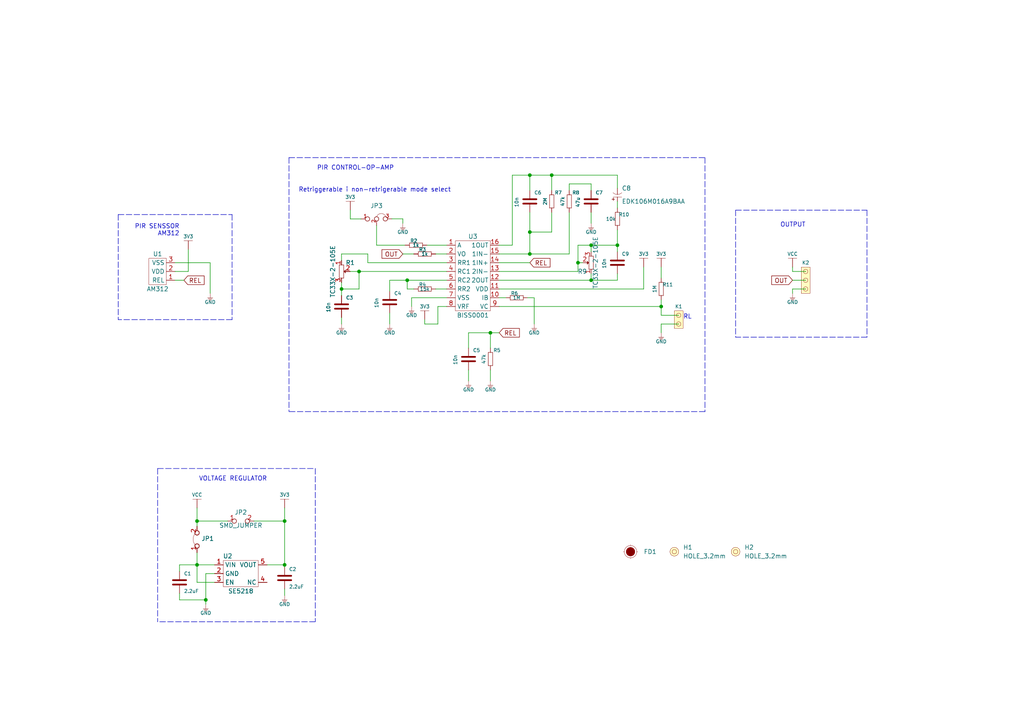
<source format=kicad_sch>
(kicad_sch (version 20210126) (generator eeschema)

  (paper "A4")

  (lib_symbols
    (symbol "e-radionica.com schematics:0603C" (pin_numbers hide) (pin_names (offset 0.002)) (in_bom yes) (on_board yes)
      (property "Reference" "C" (id 0) (at -0.635 3.175 0)
        (effects (font (size 1 1)))
      )
      (property "Value" "0603C" (id 1) (at 0 -3.175 0)
        (effects (font (size 1 1)))
      )
      (property "Footprint" "e-radionica.com footprinti:0603C" (id 2) (at 0 0 0)
        (effects (font (size 1 1)) hide)
      )
      (property "Datasheet" "" (id 3) (at 0 0 0)
        (effects (font (size 1 1)) hide)
      )
      (symbol "0603C_0_1"
        (polyline
          (pts
            (xy -0.635 1.905)
            (xy -0.635 -1.905)
          )
          (stroke (width 0.5)) (fill (type none))
        )
        (polyline
          (pts
            (xy 0.635 1.905)
            (xy 0.635 -1.905)
          )
          (stroke (width 0.5)) (fill (type none))
        )
      )
      (symbol "0603C_1_1"
        (pin passive line (at 3.175 0 180) (length 2.54)
          (name "~" (effects (font (size 1.27 1.27))))
          (number "2" (effects (font (size 1.27 1.27))))
        )
        (pin passive line (at -3.175 0 0) (length 2.54)
          (name "~" (effects (font (size 1.27 1.27))))
          (number "1" (effects (font (size 1.27 1.27))))
        )
      )
    )
    (symbol "e-radionica.com schematics:0603R" (pin_numbers hide) (pin_names (offset 0.254)) (in_bom yes) (on_board yes)
      (property "Reference" "R" (id 0) (at -1.905 1.905 0)
        (effects (font (size 1 1)))
      )
      (property "Value" "0603R" (id 1) (at 0 -1.905 0)
        (effects (font (size 1 1)))
      )
      (property "Footprint" "e-radionica.com footprinti:0603R" (id 2) (at -0.635 1.905 0)
        (effects (font (size 1 1)) hide)
      )
      (property "Datasheet" "" (id 3) (at -0.635 1.905 0)
        (effects (font (size 1 1)) hide)
      )
      (symbol "0603R_0_1"
        (rectangle (start -1.905 0.635) (end -1.8796 -0.635)
          (stroke (width 0.1)) (fill (type none))
        )
        (rectangle (start -1.905 0.635) (end 1.905 0.6096)
          (stroke (width 0.1)) (fill (type none))
        )
        (rectangle (start -1.905 -0.635) (end 1.905 -0.6604)
          (stroke (width 0.1)) (fill (type none))
        )
        (rectangle (start 1.905 0.635) (end 1.9304 -0.635)
          (stroke (width 0.1)) (fill (type none))
        )
      )
      (symbol "0603R_1_1"
        (pin passive line (at -3.175 0 0) (length 1.27)
          (name "~" (effects (font (size 1.27 1.27))))
          (number "1" (effects (font (size 1.27 1.27))))
        )
        (pin passive line (at 3.175 0 180) (length 1.27)
          (name "~" (effects (font (size 1.27 1.27))))
          (number "2" (effects (font (size 1.27 1.27))))
        )
      )
    )
    (symbol "e-radionica.com schematics:3V3" (power) (pin_names (offset 0)) (in_bom yes) (on_board yes)
      (property "Reference" "#PWR" (id 0) (at 4.445 0 0)
        (effects (font (size 1 1)) hide)
      )
      (property "Value" "3V3" (id 1) (at 0 3.556 0)
        (effects (font (size 1 1)))
      )
      (property "Footprint" "" (id 2) (at 4.445 3.81 0)
        (effects (font (size 1 1)) hide)
      )
      (property "Datasheet" "" (id 3) (at 4.445 3.81 0)
        (effects (font (size 1 1)) hide)
      )
      (property "ki_keywords" "power-flag" (id 4) (at 0 0 0)
        (effects (font (size 1.27 1.27)) hide)
      )
      (property "ki_description" "Power symbol creates a global label with name \"+3V3\"" (id 5) (at 0 0 0)
        (effects (font (size 1.27 1.27)) hide)
      )
      (symbol "3V3_0_1"
        (polyline
          (pts
            (xy 0 0)
            (xy 0 2.54)
          )
          (stroke (width 0)) (fill (type none))
        )
        (polyline
          (pts
            (xy -1.27 2.54)
            (xy 1.27 2.54)
          )
          (stroke (width 0.0006)) (fill (type none))
        )
      )
      (symbol "3V3_1_1"
        (pin power_in line (at 0 0 90) (length 0) hide
          (name "3V3" (effects (font (size 1.27 1.27))))
          (number "1" (effects (font (size 1.27 1.27))))
        )
      )
    )
    (symbol "e-radionica.com schematics:BISS0001" (in_bom yes) (on_board yes)
      (property "Reference" "U" (id 0) (at 0 16.51 0)
        (effects (font (size 1.27 1.27)))
      )
      (property "Value" "BISS0001" (id 1) (at 2.54 -15.24 0)
        (effects (font (size 1.27 1.27)))
      )
      (property "Footprint" "e-radionica.com footprinti:SOP-16" (id 2) (at 0 0 0)
        (effects (font (size 1.27 1.27)) hide)
      )
      (property "Datasheet" "" (id 3) (at 0 0 0)
        (effects (font (size 1.27 1.27)) hide)
      )
      (symbol "BISS0001_0_1"
        (rectangle (start -5.08 10.16) (end 5.08 -10.16)
          (stroke (width 0.0006)) (fill (type none))
        )
      )
      (symbol "BISS0001_1_1"
        (pin input line (at -7.62 8.89 0) (length 2.54)
          (name "A" (effects (font (size 1.27 1.27))))
          (number "1" (effects (font (size 1.27 1.27))))
        )
        (pin input line (at -7.62 6.35 0) (length 2.54)
          (name "VO" (effects (font (size 1.27 1.27))))
          (number "2" (effects (font (size 1.27 1.27))))
        )
        (pin input line (at -7.62 3.81 0) (length 2.54)
          (name "RR1" (effects (font (size 1.27 1.27))))
          (number "3" (effects (font (size 1.27 1.27))))
        )
        (pin input line (at -7.62 1.27 0) (length 2.54)
          (name "RC1" (effects (font (size 1.27 1.27))))
          (number "4" (effects (font (size 1.27 1.27))))
        )
        (pin input line (at -7.62 -1.27 0) (length 2.54)
          (name "RC2" (effects (font (size 1.27 1.27))))
          (number "5" (effects (font (size 1.27 1.27))))
        )
        (pin input line (at -7.62 -3.81 0) (length 2.54)
          (name "RR2" (effects (font (size 1.27 1.27))))
          (number "6" (effects (font (size 1.27 1.27))))
        )
        (pin input line (at -7.62 -6.35 0) (length 2.54)
          (name "VSS" (effects (font (size 1.27 1.27))))
          (number "7" (effects (font (size 1.27 1.27))))
        )
        (pin input line (at -7.62 -8.89 0) (length 2.54)
          (name "VRF" (effects (font (size 1.27 1.27))))
          (number "8" (effects (font (size 1.27 1.27))))
        )
        (pin input line (at 7.62 -8.89 180) (length 2.54)
          (name "VC" (effects (font (size 1.27 1.27))))
          (number "9" (effects (font (size 1.27 1.27))))
        )
        (pin input line (at 7.62 -6.35 180) (length 2.54)
          (name "IB" (effects (font (size 1.27 1.27))))
          (number "10" (effects (font (size 1.27 1.27))))
        )
        (pin input line (at 7.62 -3.81 180) (length 2.54)
          (name "VDD" (effects (font (size 1.27 1.27))))
          (number "11" (effects (font (size 1.27 1.27))))
        )
        (pin input line (at 7.62 -1.27 180) (length 2.54)
          (name "2OUT" (effects (font (size 1.27 1.27))))
          (number "12" (effects (font (size 1.27 1.27))))
        )
        (pin input line (at 7.62 1.27 180) (length 2.54)
          (name "2IN-" (effects (font (size 1.27 1.27))))
          (number "13" (effects (font (size 1.27 1.27))))
        )
        (pin input line (at 7.62 3.81 180) (length 2.54)
          (name "1IN+" (effects (font (size 1.27 1.27))))
          (number "14" (effects (font (size 1.27 1.27))))
        )
        (pin input line (at 7.62 6.35 180) (length 2.54)
          (name "1IN-" (effects (font (size 1.27 1.27))))
          (number "15" (effects (font (size 1.27 1.27))))
        )
        (pin input line (at 7.62 8.89 180) (length 2.54)
          (name "1OUT" (effects (font (size 1.27 1.27))))
          (number "16" (effects (font (size 1.27 1.27))))
        )
      )
    )
    (symbol "e-radionica.com schematics:ELECTROLITIC_CAP_4mm" (pin_numbers hide) (pin_names hide) (in_bom yes) (on_board yes)
      (property "Reference" "C" (id 0) (at -1.27 2.54 0)
        (effects (font (size 1.27 1.27)))
      )
      (property "Value" "ELECTROLITIC_CAP_4mm" (id 1) (at 0 -2.54 0)
        (effects (font (size 1.27 1.27)))
      )
      (property "Footprint" "e-radionica.com footprinti:ELECTROLITIC_CAP_4mm" (id 2) (at 0 -5.08 0)
        (effects (font (size 1.27 1.27)) hide)
      )
      (property "Datasheet" "" (id 3) (at 0 0 0)
        (effects (font (size 1.27 1.27)) hide)
      )
      (symbol "ELECTROLITIC_CAP_4mm_0_0"
        (text "+" (at -1.905 1.27 0)
          (effects (font (size 1 1)))
        )
      )
      (symbol "ELECTROLITIC_CAP_4mm_0_1"
        (arc (start -0.0001 1.27) (end -0.0001 -1.27) (radius (at 1.27 0) (length 1.7961) (angles 135 -135))
          (stroke (width 0.0006)) (fill (type none))
        )
        (polyline
          (pts
            (xy -1.27 -1.27)
            (xy -1.27 1.27)
          )
          (stroke (width 0.0006)) (fill (type none))
        )
      )
      (symbol "ELECTROLITIC_CAP_4mm_1_1"
        (pin input line (at -2.54 0 0) (length 1.27)
          (name "+" (effects (font (size 1.27 1.27))))
          (number "1" (effects (font (size 1.27 1.27))))
        )
        (pin input line (at 1.27 0 180) (length 1.8)
          (name "-" (effects (font (size 1.27 1.27))))
          (number "2" (effects (font (size 1.27 1.27))))
        )
      )
    )
    (symbol "e-radionica.com schematics:Fiducial_Stencil" (pin_numbers hide) (pin_names hide) (in_bom yes) (on_board yes)
      (property "Reference" "FD?" (id 0) (at 0 3.048 0)
        (effects (font (size 1.27 1.27)))
      )
      (property "Value" "Fiducial_Stencil" (id 1) (at 0 -2.794 0)
        (effects (font (size 1.27 1.27)) hide)
      )
      (property "Footprint" "e-radionica.com footprinti:FIDUCIAL_1MM_PASTE" (id 2) (at 0 -6.35 0)
        (effects (font (size 1.27 1.27)) hide)
      )
      (property "Datasheet" "" (id 3) (at 0 0 0)
        (effects (font (size 1.27 1.27)) hide)
      )
      (symbol "Fiducial_Stencil_0_1"
        (circle (center 0 0) (radius 1.7961) (stroke (width 0.0006)) (fill (type none)))
        (circle (center 0 0) (radius 1.27) (stroke (width 0.001)) (fill (type outline)))
        (polyline
          (pts
            (xy 1.778 0)
            (xy 2.032 0)
          )
          (stroke (width 0.0006)) (fill (type none))
        )
        (polyline
          (pts
            (xy 0 1.778)
            (xy 0 2.032)
          )
          (stroke (width 0.0006)) (fill (type none))
        )
        (polyline
          (pts
            (xy -1.778 0)
            (xy -2.032 0)
          )
          (stroke (width 0.0006)) (fill (type none))
        )
        (polyline
          (pts
            (xy 0 -1.778)
            (xy 0 -2.032)
          )
          (stroke (width 0.0006)) (fill (type none))
        )
      )
    )
    (symbol "e-radionica.com schematics:GND" (power) (pin_names (offset 0)) (in_bom yes) (on_board yes)
      (property "Reference" "#PWR" (id 0) (at 4.445 0 0)
        (effects (font (size 1 1)) hide)
      )
      (property "Value" "GND" (id 1) (at 0 -2.921 0)
        (effects (font (size 1 1)))
      )
      (property "Footprint" "" (id 2) (at 4.445 3.81 0)
        (effects (font (size 1 1)) hide)
      )
      (property "Datasheet" "" (id 3) (at 4.445 3.81 0)
        (effects (font (size 1 1)) hide)
      )
      (property "ki_keywords" "power-flag" (id 4) (at 0 0 0)
        (effects (font (size 1.27 1.27)) hide)
      )
      (property "ki_description" "Power symbol creates a global label with name \"+3V3\"" (id 5) (at 0 0 0)
        (effects (font (size 1.27 1.27)) hide)
      )
      (symbol "GND_0_1"
        (polyline
          (pts
            (xy 0 0)
            (xy 0 -1.27)
          )
          (stroke (width 0.0006)) (fill (type none))
        )
        (polyline
          (pts
            (xy -0.762 -1.27)
            (xy 0.762 -1.27)
          )
          (stroke (width 0.0006)) (fill (type none))
        )
        (polyline
          (pts
            (xy -0.381 -1.778)
            (xy 0.381 -1.778)
          )
          (stroke (width 0.0006)) (fill (type none))
        )
        (polyline
          (pts
            (xy -0.127 -2.032)
            (xy 0.127 -2.032)
          )
          (stroke (width 0.0006)) (fill (type none))
        )
        (polyline
          (pts
            (xy -0.635 -1.524)
            (xy 0.635 -1.524)
          )
          (stroke (width 0.0006)) (fill (type none))
        )
      )
      (symbol "GND_1_1"
        (pin power_in line (at 0 0 270) (length 0) hide
          (name "GND" (effects (font (size 1.27 1.27))))
          (number "1" (effects (font (size 1.27 1.27))))
        )
      )
    )
    (symbol "e-radionica.com schematics:HEADER_MALE_2X1" (pin_numbers hide) (pin_names hide) (in_bom yes) (on_board yes)
      (property "Reference" "K" (id 0) (at -1.27 5.08 0)
        (effects (font (size 1 1)))
      )
      (property "Value" "HEADER_MALE_2X1" (id 1) (at 0 -2.54 0)
        (effects (font (size 1 1)))
      )
      (property "Footprint" "e-radionica.com footprinti:HEADER_MALE_2X1" (id 2) (at 0 0 0)
        (effects (font (size 1 1)) hide)
      )
      (property "Datasheet" "" (id 3) (at 0 0 0)
        (effects (font (size 1 1)) hide)
      )
      (symbol "HEADER_MALE_2X1_0_1"
        (circle (center 0 2.54) (radius 0.635) (stroke (width 0.0006)) (fill (type none)))
        (circle (center 0 0) (radius 0.635) (stroke (width 0.0006)) (fill (type none)))
        (rectangle (start 1.27 -1.27) (end -1.27 3.81)
          (stroke (width 0.001)) (fill (type background))
        )
      )
      (symbol "HEADER_MALE_2X1_1_1"
        (pin passive line (at 0 0 180) (length 0)
          (name "~" (effects (font (size 1 1))))
          (number "1" (effects (font (size 1 1))))
        )
        (pin passive line (at 0 2.54 180) (length 0)
          (name "~" (effects (font (size 1 1))))
          (number "2" (effects (font (size 1 1))))
        )
      )
    )
    (symbol "e-radionica.com schematics:HEADER_MALE_3X1" (pin_numbers hide) (pin_names hide) (in_bom yes) (on_board yes)
      (property "Reference" "K" (id 0) (at -0.635 5.08 0)
        (effects (font (size 1 1)))
      )
      (property "Value" "HEADER_MALE_3X1" (id 1) (at 0 -5.08 0)
        (effects (font (size 1 1)))
      )
      (property "Footprint" "e-radionica.com footprinti:HEADER_MALE_3X1" (id 2) (at 0 -7.62 0)
        (effects (font (size 1 1)) hide)
      )
      (property "Datasheet" "" (id 3) (at 0 -2.54 0)
        (effects (font (size 1 1)) hide)
      )
      (symbol "HEADER_MALE_3X1_0_1"
        (circle (center 0 -2.54) (radius 0.635) (stroke (width 0.0006)) (fill (type none)))
        (circle (center 0 0) (radius 0.635) (stroke (width 0.0006)) (fill (type none)))
        (circle (center 0 2.54) (radius 0.635) (stroke (width 0.0006)) (fill (type none)))
        (rectangle (start 1.27 -3.81) (end -1.27 3.81)
          (stroke (width 0.001)) (fill (type background))
        )
      )
      (symbol "HEADER_MALE_3X1_1_1"
        (pin passive line (at 0 -2.54 180) (length 0)
          (name "~" (effects (font (size 1 1))))
          (number "1" (effects (font (size 1 1))))
        )
        (pin passive line (at 0 0 180) (length 0)
          (name "~" (effects (font (size 1 1))))
          (number "2" (effects (font (size 1 1))))
        )
        (pin passive line (at 0 2.54 180) (length 0)
          (name "~" (effects (font (size 1 1))))
          (number "3" (effects (font (size 1 1))))
        )
      )
    )
    (symbol "e-radionica.com schematics:HOLE_3.2mm" (pin_numbers hide) (pin_names hide) (in_bom yes) (on_board yes)
      (property "Reference" "H" (id 0) (at 0 2.54 0)
        (effects (font (size 1.27 1.27)))
      )
      (property "Value" "HOLE_3.2mm" (id 1) (at 0 -2.54 0)
        (effects (font (size 1.27 1.27)))
      )
      (property "Footprint" "e-radionica.com footprinti:HOLE_3.2mm" (id 2) (at 0 0 0)
        (effects (font (size 1.27 1.27)) hide)
      )
      (property "Datasheet" "" (id 3) (at 0 0 0)
        (effects (font (size 1.27 1.27)) hide)
      )
      (symbol "HOLE_3.2mm_0_1"
        (circle (center 0 0) (radius 1.27) (stroke (width 0.001)) (fill (type background)))
        (circle (center 0 0) (radius 0.635) (stroke (width 0.0006)) (fill (type none)))
      )
    )
    (symbol "e-radionica.com schematics:PIR_senzor" (in_bom yes) (on_board yes)
      (property "Reference" "U" (id 0) (at 0 5.08 0)
        (effects (font (size 1.27 1.27)))
      )
      (property "Value" "PIR_senzor" (id 1) (at 0 -5.08 0)
        (effects (font (size 1.27 1.27)))
      )
      (property "Footprint" "e-radionica.com footprinti:PIR_senzor" (id 2) (at -6.35 0 0)
        (effects (font (size 1.27 1.27)) hide)
      )
      (property "Datasheet" "" (id 3) (at -6.35 0 0)
        (effects (font (size 1.27 1.27)) hide)
      )
      (symbol "PIR_senzor_0_1"
        (rectangle (start -2.54 3.81) (end 2.54 -3.81)
          (stroke (width 0.0006)) (fill (type none))
        )
      )
      (symbol "PIR_senzor_1_1"
        (pin input line (at -5.08 -2.54 0) (length 2.54)
          (name "VSS" (effects (font (size 1.27 1.27))))
          (number "3" (effects (font (size 1.27 1.27))))
        )
        (pin input line (at -5.08 0 0) (length 2.54)
          (name "VDD" (effects (font (size 1.27 1.27))))
          (number "2" (effects (font (size 1.27 1.27))))
        )
        (pin input line (at -5.08 2.54 0) (length 2.54)
          (name "REL" (effects (font (size 1.27 1.27))))
          (number "1" (effects (font (size 1.27 1.27))))
        )
      )
    )
    (symbol "e-radionica.com schematics:SE5218" (in_bom yes) (on_board yes)
      (property "Reference" "U" (id 0) (at -3.81 5.08 0)
        (effects (font (size 1.27 1.27)))
      )
      (property "Value" "SE5218" (id 1) (at 0 -5.08 0)
        (effects (font (size 1.27 1.27)))
      )
      (property "Footprint" "e-radionica.com footprinti:SOT-23-5" (id 2) (at 0 0 0)
        (effects (font (size 1.27 1.27)) hide)
      )
      (property "Datasheet" "" (id 3) (at 0 0 0)
        (effects (font (size 1.27 1.27)) hide)
      )
      (symbol "SE5218_0_1"
        (rectangle (start -5.08 3.81) (end 5.08 -3.81)
          (stroke (width 0.0006)) (fill (type none))
        )
      )
      (symbol "SE5218_1_1"
        (pin power_in line (at -7.62 2.54 0) (length 2.54)
          (name "VIN" (effects (font (size 1.27 1.27))))
          (number "1" (effects (font (size 1.27 1.27))))
        )
        (pin power_in line (at -7.62 0 0) (length 2.54)
          (name "GND" (effects (font (size 1.27 1.27))))
          (number "2" (effects (font (size 1.27 1.27))))
        )
        (pin input line (at -7.62 -2.54 0) (length 2.54)
          (name "EN" (effects (font (size 1.27 1.27))))
          (number "3" (effects (font (size 1.27 1.27))))
        )
        (pin passive line (at 7.62 -2.54 180) (length 2.54)
          (name "NC" (effects (font (size 1.27 1.27))))
          (number "4" (effects (font (size 1.27 1.27))))
        )
        (pin power_out line (at 7.62 2.54 180) (length 2.54)
          (name "VOUT" (effects (font (size 1.27 1.27))))
          (number "5" (effects (font (size 1.27 1.27))))
        )
      )
    )
    (symbol "e-radionica.com schematics:SMD-JUMPER-CONNECTED_TRACE_NOSLODERMASK" (in_bom yes) (on_board yes)
      (property "Reference" "JP" (id 0) (at 0 3.556 0)
        (effects (font (size 1.27 1.27)))
      )
      (property "Value" "SMD-JUMPER-CONNECTED_TRACE_NOSLODERMASK" (id 1) (at 0 -2.54 0)
        (effects (font (size 1.27 1.27)))
      )
      (property "Footprint" "e-radionica.com footprinti:SMD-JUMPER-CONNECTED_TRACE_NOSLODERMASK" (id 2) (at 0 0 0)
        (effects (font (size 1.27 1.27)) hide)
      )
      (property "Datasheet" "" (id 3) (at 0 0 0)
        (effects (font (size 1.27 1.27)) hide)
      )
      (symbol "SMD-JUMPER-CONNECTED_TRACE_NOSLODERMASK_0_1"
        (arc (start -1.8034 0.5588) (end 1.397 0.5842) (radius (at -0.1875 -1.4124) (length 2.5489) (angles 129.3 51.6))
          (stroke (width 0.0006)) (fill (type none))
        )
      )
      (symbol "SMD-JUMPER-CONNECTED_TRACE_NOSLODERMASK_1_1"
        (pin passive inverted (at -4.064 0 0) (length 2.54)
          (name "" (effects (font (size 1.27 1.27))))
          (number "1" (effects (font (size 1.27 1.27))))
        )
        (pin passive inverted (at 3.556 0 180) (length 2.54)
          (name "" (effects (font (size 1.27 1.27))))
          (number "2" (effects (font (size 1.27 1.27))))
        )
      )
    )
    (symbol "e-radionica.com schematics:SMD_JUMPER" (in_bom yes) (on_board yes)
      (property "Reference" "JP" (id 0) (at 0 1.397 0)
        (effects (font (size 1.27 1.27)))
      )
      (property "Value" "SMD_JUMPER" (id 1) (at 0.508 -3.048 0)
        (effects (font (size 1.27 1.27)))
      )
      (property "Footprint" "e-radionica.com footprinti:SMD_JUMPER" (id 2) (at 0 0 0)
        (effects (font (size 1.27 1.27)) hide)
      )
      (property "Datasheet" "" (id 3) (at 0 0 0)
        (effects (font (size 1.27 1.27)) hide)
      )
      (symbol "SMD_JUMPER_1_1"
        (pin passive inverted (at -3.81 0 0) (length 2.54)
          (name "" (effects (font (size 1.27 1.27))))
          (number "1" (effects (font (size 1.27 1.27))))
        )
        (pin passive inverted (at 3.81 0 180) (length 2.54)
          (name "" (effects (font (size 1.27 1.27))))
          (number "2" (effects (font (size 1.27 1.27))))
        )
      )
    )
    (symbol "e-radionica.com schematics:SMD_JUMPER_3_PAD_CONNECTED_RIGHT" (in_bom yes) (on_board yes)
      (property "Reference" "JP" (id 0) (at 0 2.5908 0)
        (effects (font (size 1.27 1.27)))
      )
      (property "Value" "SMD_JUMPER_3_PAD_CONNECTED_RIGHT" (id 1) (at 0.0254 -6.9088 0)
        (effects (font (size 1.27 1.27)))
      )
      (property "Footprint" "e-radionica.com footprinti:SMD_JUMPER_3_PAD_CONNECTED_RIGHT" (id 2) (at 0 0 0)
        (effects (font (size 1.27 1.27)) hide)
      )
      (property "Datasheet" "" (id 3) (at 0 0 0)
        (effects (font (size 1.27 1.27)) hide)
      )
      (symbol "SMD_JUMPER_3_PAD_CONNECTED_RIGHT_0_1"
        (arc (start 0.0433 0.705) (end 2.6595 0.6796) (radius (at 1.3462 0.1524) (length 1.4152) (angles 157 21.9))
          (stroke (width 0.0006)) (fill (type none))
        )
      )
      (symbol "SMD_JUMPER_3_PAD_CONNECTED_RIGHT_1_1"
        (pin passive inverted (at -4.5466 0 0) (length 2.54)
          (name "" (effects (font (size 1 1))))
          (number "1" (effects (font (size 1 1))))
        )
        (pin passive inverted (at 0 -1.905 90) (length 2.54)
          (name "" (effects (font (size 1 1))))
          (number "2" (effects (font (size 1 1))))
        )
        (pin passive inverted (at 4.445 0.0254 180) (length 2.54)
          (name "" (effects (font (size 1 1))))
          (number "3" (effects (font (size 1 1))))
        )
      )
    )
    (symbol "e-radionica.com schematics:VCC" (power) (pin_names (offset 0)) (in_bom yes) (on_board yes)
      (property "Reference" "#PWR" (id 0) (at 4.445 0 0)
        (effects (font (size 1 1)) hide)
      )
      (property "Value" "VCC" (id 1) (at 0 3.556 0)
        (effects (font (size 1 1)))
      )
      (property "Footprint" "" (id 2) (at 4.445 3.81 0)
        (effects (font (size 1 1)) hide)
      )
      (property "Datasheet" "" (id 3) (at 4.445 3.81 0)
        (effects (font (size 1 1)) hide)
      )
      (property "ki_keywords" "power-flag" (id 4) (at 0 0 0)
        (effects (font (size 1.27 1.27)) hide)
      )
      (property "ki_description" "Power symbol creates a global label with name \"+3V3\"" (id 5) (at 0 0 0)
        (effects (font (size 1.27 1.27)) hide)
      )
      (symbol "VCC_0_1"
        (polyline
          (pts
            (xy 0 0)
            (xy 0 2.54)
          )
          (stroke (width 0)) (fill (type none))
        )
        (polyline
          (pts
            (xy -1.27 2.54)
            (xy 1.27 2.54)
          )
          (stroke (width 0.0006)) (fill (type none))
        )
      )
      (symbol "VCC_1_1"
        (pin power_in line (at 0 0 90) (length 0) hide
          (name "VCC" (effects (font (size 1.27 1.27))))
          (number "1" (effects (font (size 1.27 1.27))))
        )
      )
    )
    (symbol "e-radionica.com schematics:tc33x-2-103e" (in_bom yes) (on_board yes)
      (property "Reference" "R" (id 0) (at -1.778 3.302 0)
        (effects (font (size 1.27 1.27)))
      )
      (property "Value" "tc33x-2-103e" (id 1) (at 0 -2.54 0)
        (effects (font (size 1.27 1.27)))
      )
      (property "Footprint" "e-radionica.com footprinti:tc33x-2-103e" (id 2) (at 0 -5.08 0)
        (effects (font (size 1.27 1.27)) hide)
      )
      (property "Datasheet" "" (id 3) (at -0.0508 -0.0508 0)
        (effects (font (size 1.27 1.27)) hide)
      )
      (symbol "tc33x-2-103e_0_1"
        (rectangle (start -1.905 0.635) (end -1.8796 -0.635)
          (stroke (width 0.1)) (fill (type none))
        )
        (rectangle (start -1.905 0.635) (end 1.905 0.6096)
          (stroke (width 0.1)) (fill (type none))
        )
        (rectangle (start -1.905 -0.635) (end 1.905 -0.6604)
          (stroke (width 0.1)) (fill (type none))
        )
        (rectangle (start 1.905 0.635) (end 1.9304 -0.635)
          (stroke (width 0.1)) (fill (type none))
        )
        (polyline
          (pts
            (xy -0.4318 1.1684)
            (xy 0.4826 1.1684)
            (xy 0 0.635)
            (xy -0.4064 1.0922)
            (xy -0.4826 1.1684)
            (xy 0 0.7874)
            (xy 0.3048 1.1176)
            (xy -0.254 1.0668)
            (xy 0.0254 0.8636)
            (xy 0.0762 1.0414)
            (xy -0.0254 0.9652)
          )
          (stroke (width 0.0006)) (fill (type none))
        )
      )
      (symbol "tc33x-2-103e_1_1"
        (pin passive line (at -3.175 0 0) (length 1.27)
          (name "~" (effects (font (size 1.27 1.27))))
          (number "1" (effects (font (size 1.27 1.27))))
        )
        (pin passive line (at 3.175 0.0002 180) (length 1.27)
          (name "~" (effects (font (size 1.27 1.27))))
          (number "3" (effects (font (size 1.27 1.27))))
        )
        (pin passive line (at 0 2.4892 270) (length 1.27)
          (name "" (effects (font (size 1.27 1.27))))
          (number "2" (effects (font (size 1.27 1.27))))
        )
      )
    )
  )

  (junction (at 57.15 151.13) (diameter 0.9144) (color 0 0 0 0))
  (junction (at 57.15 163.83) (diameter 0.9144) (color 0 0 0 0))
  (junction (at 59.69 173.99) (diameter 0.9144) (color 0 0 0 0))
  (junction (at 82.55 151.13) (diameter 0.9144) (color 0 0 0 0))
  (junction (at 82.55 163.83) (diameter 0.9144) (color 0 0 0 0))
  (junction (at 99.0602 83.82) (diameter 0.9144) (color 0 0 0 0))
  (junction (at 104.14 78.74) (diameter 0.9144) (color 0 0 0 0))
  (junction (at 118.11 81.28) (diameter 0.9144) (color 0 0 0 0))
  (junction (at 142.24 96.52) (diameter 0.9144) (color 0 0 0 0))
  (junction (at 153.67 50.8) (diameter 0.9144) (color 0 0 0 0))
  (junction (at 153.67 67.31) (diameter 0.9144) (color 0 0 0 0))
  (junction (at 153.67 73.66) (diameter 0.9144) (color 0 0 0 0))
  (junction (at 160.02 50.8) (diameter 0.9144) (color 0 0 0 0))
  (junction (at 167.64 76.2) (diameter 0.9144) (color 0 0 0 0))
  (junction (at 171.4498 71.12) (diameter 0.9144) (color 0 0 0 0))
  (junction (at 171.45 81.28) (diameter 0.9144) (color 0 0 0 0))
  (junction (at 179.07 71.12) (diameter 0.9144) (color 0 0 0 0))
  (junction (at 191.77 88.9) (diameter 0.9144) (color 0 0 0 0))

  (wire (pts (xy 50.8 76.2) (xy 60.96 76.2))
    (stroke (width 0) (type solid) (color 0 0 0 0))
    (uuid 6a78a924-927f-49a1-9cc6-11f06dda54da)
  )
  (wire (pts (xy 50.8 78.74) (xy 54.61 78.74))
    (stroke (width 0) (type solid) (color 0 0 0 0))
    (uuid f5c4ad5b-a345-46f8-b3d9-73213fc54fde)
  )
  (wire (pts (xy 50.8 81.28) (xy 53.34 81.28))
    (stroke (width 0) (type solid) (color 0 0 0 0))
    (uuid 62d25dd2-dcd0-4a50-965c-ffdf95103827)
  )
  (wire (pts (xy 52.07 163.83) (xy 57.15 163.83))
    (stroke (width 0) (type solid) (color 0 0 0 0))
    (uuid d1388d31-e774-4aa5-abb7-5975b38696dc)
  )
  (wire (pts (xy 52.07 165.735) (xy 52.07 163.83))
    (stroke (width 0) (type solid) (color 0 0 0 0))
    (uuid b810a327-d25d-4dc6-b840-2aae367b4106)
  )
  (wire (pts (xy 52.07 172.085) (xy 52.07 173.99))
    (stroke (width 0) (type solid) (color 0 0 0 0))
    (uuid a30eb737-f2a2-4fdf-b020-277a2a158406)
  )
  (wire (pts (xy 52.07 173.99) (xy 59.69 173.99))
    (stroke (width 0) (type solid) (color 0 0 0 0))
    (uuid 678135f8-700b-4b0f-8ce0-b0e46afeace6)
  )
  (wire (pts (xy 54.61 78.74) (xy 54.61 72.39))
    (stroke (width 0) (type solid) (color 0 0 0 0))
    (uuid f5c4ad5b-a345-46f8-b3d9-73213fc54fde)
  )
  (wire (pts (xy 57.15 147.32) (xy 57.15 151.13))
    (stroke (width 0) (type solid) (color 0 0 0 0))
    (uuid c5e0ca19-f7ba-4519-a968-27e74d6ac5ee)
  )
  (wire (pts (xy 57.15 151.13) (xy 57.15 152.654))
    (stroke (width 0) (type solid) (color 0 0 0 0))
    (uuid 48084e6b-6f63-4a5a-a46b-364ad6d4af64)
  )
  (wire (pts (xy 57.15 151.13) (xy 66.04 151.13))
    (stroke (width 0) (type solid) (color 0 0 0 0))
    (uuid 0befbbb7-821b-44e9-b21d-23e7bd308f60)
  )
  (wire (pts (xy 57.15 160.274) (xy 57.15 163.83))
    (stroke (width 0) (type solid) (color 0 0 0 0))
    (uuid ae008d17-54e3-4b89-9840-a6524de5c07b)
  )
  (wire (pts (xy 57.15 168.91) (xy 57.15 163.83))
    (stroke (width 0) (type solid) (color 0 0 0 0))
    (uuid eacc7496-5399-4abc-8a86-6f82d8282e92)
  )
  (wire (pts (xy 59.69 166.37) (xy 59.69 173.99))
    (stroke (width 0) (type solid) (color 0 0 0 0))
    (uuid df4cc176-d476-42f5-85a7-4ebcbb04d643)
  )
  (wire (pts (xy 59.69 173.99) (xy 59.69 175.26))
    (stroke (width 0) (type solid) (color 0 0 0 0))
    (uuid 7fd5c543-3e7c-47ac-aa68-da80f4c8e00f)
  )
  (wire (pts (xy 60.96 76.2) (xy 60.96 85.09))
    (stroke (width 0) (type solid) (color 0 0 0 0))
    (uuid 6a78a924-927f-49a1-9cc6-11f06dda54da)
  )
  (wire (pts (xy 62.23 163.83) (xy 57.15 163.83))
    (stroke (width 0) (type solid) (color 0 0 0 0))
    (uuid cfa54471-ef79-4fa8-9cff-a7e367bbbce6)
  )
  (wire (pts (xy 62.23 166.37) (xy 59.69 166.37))
    (stroke (width 0) (type solid) (color 0 0 0 0))
    (uuid a19d9731-6c20-42ec-ae22-443fe0d3399f)
  )
  (wire (pts (xy 62.23 168.91) (xy 57.15 168.91))
    (stroke (width 0) (type solid) (color 0 0 0 0))
    (uuid 08705356-c1e5-4a3c-8c54-67732e9301d2)
  )
  (wire (pts (xy 73.66 151.13) (xy 82.55 151.13))
    (stroke (width 0) (type solid) (color 0 0 0 0))
    (uuid 4b0e1237-3a89-45ba-9075-50949e88652b)
  )
  (wire (pts (xy 77.47 163.83) (xy 82.55 163.83))
    (stroke (width 0) (type solid) (color 0 0 0 0))
    (uuid bfaef655-cc23-4ce7-b84b-77e38c08b035)
  )
  (wire (pts (xy 82.55 151.13) (xy 82.55 147.32))
    (stroke (width 0) (type solid) (color 0 0 0 0))
    (uuid 9cee23bf-23d5-46da-9a5d-d9b32148d112)
  )
  (wire (pts (xy 82.55 151.13) (xy 82.55 163.83))
    (stroke (width 0) (type solid) (color 0 0 0 0))
    (uuid 2cbf9ad1-36b1-488b-981d-1e32be12ac76)
  )
  (wire (pts (xy 82.55 163.83) (xy 82.55 164.465))
    (stroke (width 0) (type solid) (color 0 0 0 0))
    (uuid e386a3f6-ffcb-4156-91f3-f72129b4d8be)
  )
  (wire (pts (xy 82.55 170.815) (xy 82.55 172.72))
    (stroke (width 0) (type solid) (color 0 0 0 0))
    (uuid 830b997b-de01-4af1-a007-613dfbb6669b)
  )
  (wire (pts (xy 99.06 73.66) (xy 106.68 73.66))
    (stroke (width 0) (type solid) (color 0 0 0 0))
    (uuid d1a02125-e9eb-4f10-bdd6-6a1440dde98f)
  )
  (wire (pts (xy 99.06 75.565) (xy 99.06 73.66))
    (stroke (width 0) (type solid) (color 0 0 0 0))
    (uuid 793d3b45-9752-4e64-aa91-a500094cfcfe)
  )
  (wire (pts (xy 99.06 92.075) (xy 99.06 93.98))
    (stroke (width 0) (type solid) (color 0 0 0 0))
    (uuid 67cb8b1f-ee0d-4428-b9ac-40cbf6da081c)
  )
  (wire (pts (xy 99.0602 81.915) (xy 99.0602 83.82))
    (stroke (width 0) (type solid) (color 0 0 0 0))
    (uuid c81d1ba8-1a13-44fe-a1fd-397ab9a91c23)
  )
  (wire (pts (xy 99.0602 83.82) (xy 99.0602 85.725))
    (stroke (width 0) (type solid) (color 0 0 0 0))
    (uuid c81d1ba8-1a13-44fe-a1fd-397ab9a91c23)
  )
  (wire (pts (xy 99.0602 85.725) (xy 99.06 85.725))
    (stroke (width 0) (type solid) (color 0 0 0 0))
    (uuid c81d1ba8-1a13-44fe-a1fd-397ab9a91c23)
  )
  (wire (pts (xy 101.5492 78.74) (xy 104.14 78.74))
    (stroke (width 0) (type solid) (color 0 0 0 0))
    (uuid 20a17f16-6127-4ba4-9e98-83a88717742a)
  )
  (wire (pts (xy 101.6 63.5) (xy 101.6 60.96))
    (stroke (width 0) (type solid) (color 0 0 0 0))
    (uuid 1d142f35-9aaa-49bd-b544-1e1b947aac05)
  )
  (wire (pts (xy 104.14 78.74) (xy 104.14 83.82))
    (stroke (width 0) (type solid) (color 0 0 0 0))
    (uuid 20a17f16-6127-4ba4-9e98-83a88717742a)
  )
  (wire (pts (xy 104.14 78.74) (xy 129.54 78.74))
    (stroke (width 0) (type solid) (color 0 0 0 0))
    (uuid 0931d4a1-a078-45ea-889b-4139f0444a05)
  )
  (wire (pts (xy 104.14 83.82) (xy 99.0602 83.82))
    (stroke (width 0) (type solid) (color 0 0 0 0))
    (uuid 6eb904f0-101e-4dda-9d7d-743e24d7f828)
  )
  (wire (pts (xy 104.6734 63.5) (xy 101.6 63.5))
    (stroke (width 0) (type solid) (color 0 0 0 0))
    (uuid 1d142f35-9aaa-49bd-b544-1e1b947aac05)
  )
  (wire (pts (xy 106.68 73.66) (xy 106.68 76.2))
    (stroke (width 0) (type solid) (color 0 0 0 0))
    (uuid d1a02125-e9eb-4f10-bdd6-6a1440dde98f)
  )
  (wire (pts (xy 106.68 76.2) (xy 129.54 76.2))
    (stroke (width 0) (type solid) (color 0 0 0 0))
    (uuid 11855846-9219-4b51-8125-a9f0250120c7)
  )
  (wire (pts (xy 109.22 65.405) (xy 109.22 71.12))
    (stroke (width 0) (type solid) (color 0 0 0 0))
    (uuid 61cab44a-6966-4021-be69-6f3cacfa78a9)
  )
  (wire (pts (xy 113.03 81.28) (xy 118.11 81.28))
    (stroke (width 0) (type solid) (color 0 0 0 0))
    (uuid ec8d9ffe-31e5-468c-bccb-6dce64bfe003)
  )
  (wire (pts (xy 113.03 84.455) (xy 113.03 81.28))
    (stroke (width 0) (type solid) (color 0 0 0 0))
    (uuid ec8d9ffe-31e5-468c-bccb-6dce64bfe003)
  )
  (wire (pts (xy 113.03 90.805) (xy 113.03 93.98))
    (stroke (width 0) (type solid) (color 0 0 0 0))
    (uuid 4ddb516a-4b55-46d9-aea3-9366f23498fa)
  )
  (wire (pts (xy 113.665 63.4746) (xy 116.84 63.4746))
    (stroke (width 0) (type solid) (color 0 0 0 0))
    (uuid 16588c7a-a2a2-405f-9a66-6c144bc8f75c)
  )
  (wire (pts (xy 116.84 63.4746) (xy 116.84 64.77))
    (stroke (width 0) (type solid) (color 0 0 0 0))
    (uuid 16588c7a-a2a2-405f-9a66-6c144bc8f75c)
  )
  (wire (pts (xy 116.84 73.66) (xy 120.015 73.66))
    (stroke (width 0) (type solid) (color 0 0 0 0))
    (uuid a81e5ee8-e2a6-476b-aa55-a69101e1a996)
  )
  (wire (pts (xy 117.475 71.12) (xy 109.22 71.12))
    (stroke (width 0) (type solid) (color 0 0 0 0))
    (uuid 61cab44a-6966-4021-be69-6f3cacfa78a9)
  )
  (wire (pts (xy 118.11 81.28) (xy 129.54 81.28))
    (stroke (width 0) (type solid) (color 0 0 0 0))
    (uuid ec8d9ffe-31e5-468c-bccb-6dce64bfe003)
  )
  (wire (pts (xy 118.11 83.82) (xy 118.11 81.28))
    (stroke (width 0) (type solid) (color 0 0 0 0))
    (uuid b1612ce7-2e97-438b-97ee-c6bf3c508c07)
  )
  (wire (pts (xy 119.38 86.36) (xy 119.38 88.9))
    (stroke (width 0) (type solid) (color 0 0 0 0))
    (uuid e3b0cf12-852f-41f6-8aa9-b3da4b793d79)
  )
  (wire (pts (xy 119.38 86.36) (xy 129.54 86.36))
    (stroke (width 0) (type solid) (color 0 0 0 0))
    (uuid 9a231452-4f44-4a30-a5a1-b0f69ccb03cb)
  )
  (wire (pts (xy 120.015 83.82) (xy 118.11 83.82))
    (stroke (width 0) (type solid) (color 0 0 0 0))
    (uuid b1612ce7-2e97-438b-97ee-c6bf3c508c07)
  )
  (wire (pts (xy 123.19 93.98) (xy 123.19 92.71))
    (stroke (width 0) (type solid) (color 0 0 0 0))
    (uuid 45b621bd-5512-4140-b7db-07a9b6978cae)
  )
  (wire (pts (xy 123.825 71.12) (xy 129.54 71.12))
    (stroke (width 0) (type solid) (color 0 0 0 0))
    (uuid 89726b3b-8edb-4977-a0ff-0f31537d418c)
  )
  (wire (pts (xy 126.365 73.66) (xy 129.54 73.66))
    (stroke (width 0) (type solid) (color 0 0 0 0))
    (uuid bb2dd9c4-b395-4a39-a05f-31c43c876a1e)
  )
  (wire (pts (xy 126.365 83.82) (xy 129.54 83.82))
    (stroke (width 0) (type solid) (color 0 0 0 0))
    (uuid 19a71124-0f94-4097-8378-3ec10a58c0c0)
  )
  (wire (pts (xy 127 88.9) (xy 127 93.98))
    (stroke (width 0) (type solid) (color 0 0 0 0))
    (uuid 45b621bd-5512-4140-b7db-07a9b6978cae)
  )
  (wire (pts (xy 127 88.9) (xy 129.54 88.9))
    (stroke (width 0) (type solid) (color 0 0 0 0))
    (uuid 106237e0-2771-41c8-91f5-3687774a7ea8)
  )
  (wire (pts (xy 127 93.98) (xy 123.19 93.98))
    (stroke (width 0) (type solid) (color 0 0 0 0))
    (uuid 45b621bd-5512-4140-b7db-07a9b6978cae)
  )
  (wire (pts (xy 135.89 96.52) (xy 135.89 100.965))
    (stroke (width 0) (type solid) (color 0 0 0 0))
    (uuid babc8ddf-07ad-4b8c-967a-967798832018)
  )
  (wire (pts (xy 135.89 107.315) (xy 135.89 110.49))
    (stroke (width 0) (type solid) (color 0 0 0 0))
    (uuid 73e553aa-726b-4d6d-a560-7adf7745cb83)
  )
  (wire (pts (xy 142.24 96.52) (xy 135.89 96.52))
    (stroke (width 0) (type solid) (color 0 0 0 0))
    (uuid babc8ddf-07ad-4b8c-967a-967798832018)
  )
  (wire (pts (xy 142.24 96.52) (xy 144.78 96.52))
    (stroke (width 0) (type solid) (color 0 0 0 0))
    (uuid 3f19a30c-5588-44cf-8869-8f6258fc2b76)
  )
  (wire (pts (xy 142.24 100.965) (xy 142.24 96.52))
    (stroke (width 0) (type solid) (color 0 0 0 0))
    (uuid babc8ddf-07ad-4b8c-967a-967798832018)
  )
  (wire (pts (xy 142.24 107.315) (xy 142.24 110.49))
    (stroke (width 0) (type solid) (color 0 0 0 0))
    (uuid 00c6af09-b618-42cb-b637-b7afebfc160a)
  )
  (wire (pts (xy 144.78 71.12) (xy 148.59 71.12))
    (stroke (width 0) (type solid) (color 0 0 0 0))
    (uuid 542e62d7-637e-40c1-bf6e-78dbfffd7d00)
  )
  (wire (pts (xy 144.78 73.66) (xy 153.67 73.66))
    (stroke (width 0) (type solid) (color 0 0 0 0))
    (uuid c12f72a9-ae9a-4057-9d6d-35bcc0ed10a7)
  )
  (wire (pts (xy 144.78 76.2) (xy 153.67 76.2))
    (stroke (width 0) (type solid) (color 0 0 0 0))
    (uuid f04b0b8b-64ae-40f3-bdaa-361deaba5443)
  )
  (wire (pts (xy 144.78 78.74) (xy 167.64 78.74))
    (stroke (width 0) (type solid) (color 0 0 0 0))
    (uuid aa23d36d-2e09-42f0-9078-1622c50677d4)
  )
  (wire (pts (xy 144.78 81.28) (xy 171.45 81.28))
    (stroke (width 0) (type solid) (color 0 0 0 0))
    (uuid a5ea7982-7fef-4286-976c-8f29a9d70b1d)
  )
  (wire (pts (xy 144.78 83.82) (xy 186.69 83.82))
    (stroke (width 0) (type solid) (color 0 0 0 0))
    (uuid 1ed49607-c7fa-4c0d-b06c-03a1fe97f04c)
  )
  (wire (pts (xy 144.78 86.36) (xy 146.685 86.36))
    (stroke (width 0) (type solid) (color 0 0 0 0))
    (uuid 5ad06efe-165a-4e49-bb4a-15893434a51d)
  )
  (wire (pts (xy 144.78 88.9) (xy 191.77 88.9))
    (stroke (width 0) (type solid) (color 0 0 0 0))
    (uuid 6d74bf57-07d9-4dd9-903b-1e82ad925706)
  )
  (wire (pts (xy 148.59 50.8) (xy 153.67 50.8))
    (stroke (width 0) (type solid) (color 0 0 0 0))
    (uuid 542e62d7-637e-40c1-bf6e-78dbfffd7d00)
  )
  (wire (pts (xy 148.59 71.12) (xy 148.59 50.8))
    (stroke (width 0) (type solid) (color 0 0 0 0))
    (uuid 22537486-a99b-4fbc-95e5-268774a4e944)
  )
  (wire (pts (xy 153.035 86.36) (xy 154.94 86.36))
    (stroke (width 0) (type solid) (color 0 0 0 0))
    (uuid 034c0eeb-d42d-4713-9701-cf8ea57af678)
  )
  (wire (pts (xy 153.67 50.8) (xy 153.67 55.245))
    (stroke (width 0) (type solid) (color 0 0 0 0))
    (uuid 17bf572c-1d86-4ea1-a088-969af77d9a47)
  )
  (wire (pts (xy 153.67 50.8) (xy 160.02 50.8))
    (stroke (width 0) (type solid) (color 0 0 0 0))
    (uuid 542e62d7-637e-40c1-bf6e-78dbfffd7d00)
  )
  (wire (pts (xy 153.67 61.595) (xy 153.67 67.31))
    (stroke (width 0) (type solid) (color 0 0 0 0))
    (uuid 6243e21b-69a8-4c06-88d3-5fd2800f5bda)
  )
  (wire (pts (xy 153.67 73.66) (xy 153.67 67.31))
    (stroke (width 0) (type solid) (color 0 0 0 0))
    (uuid c12f72a9-ae9a-4057-9d6d-35bcc0ed10a7)
  )
  (wire (pts (xy 153.67 73.66) (xy 165.1 73.66))
    (stroke (width 0) (type solid) (color 0 0 0 0))
    (uuid cbb2d472-1ea8-404b-8c45-846b3a0de731)
  )
  (wire (pts (xy 154.94 86.36) (xy 154.94 93.98))
    (stroke (width 0) (type solid) (color 0 0 0 0))
    (uuid 034c0eeb-d42d-4713-9701-cf8ea57af678)
  )
  (wire (pts (xy 160.02 50.8) (xy 160.02 55.245))
    (stroke (width 0) (type solid) (color 0 0 0 0))
    (uuid ea4871d3-5bf9-4200-be4c-56f409d5e46f)
  )
  (wire (pts (xy 160.02 50.8) (xy 179.07 50.8))
    (stroke (width 0) (type solid) (color 0 0 0 0))
    (uuid 2b344987-7e8c-4d1b-8598-119f54078dff)
  )
  (wire (pts (xy 160.02 61.595) (xy 160.02 67.31))
    (stroke (width 0) (type solid) (color 0 0 0 0))
    (uuid 381b5b48-e192-43c4-84a5-ff1beefa5edf)
  )
  (wire (pts (xy 160.02 67.31) (xy 153.67 67.31))
    (stroke (width 0) (type solid) (color 0 0 0 0))
    (uuid 381b5b48-e192-43c4-84a5-ff1beefa5edf)
  )
  (wire (pts (xy 165.1 53.34) (xy 171.45 53.34))
    (stroke (width 0) (type solid) (color 0 0 0 0))
    (uuid 5e837e91-e037-4a6c-bb82-c2ea9128ab5b)
  )
  (wire (pts (xy 165.1 55.245) (xy 165.1 53.34))
    (stroke (width 0) (type solid) (color 0 0 0 0))
    (uuid 5e837e91-e037-4a6c-bb82-c2ea9128ab5b)
  )
  (wire (pts (xy 165.1 61.595) (xy 165.1 73.66))
    (stroke (width 0) (type solid) (color 0 0 0 0))
    (uuid 40ac882f-146d-47a4-93e3-bc35074465b7)
  )
  (wire (pts (xy 167.64 71.12) (xy 167.64 76.2))
    (stroke (width 0) (type solid) (color 0 0 0 0))
    (uuid 4f4525c1-9958-4f8a-81fb-567caa9bff28)
  )
  (wire (pts (xy 167.64 71.12) (xy 171.4498 71.12))
    (stroke (width 0) (type solid) (color 0 0 0 0))
    (uuid 4f4525c1-9958-4f8a-81fb-567caa9bff28)
  )
  (wire (pts (xy 167.64 76.2) (xy 168.9608 76.2))
    (stroke (width 0) (type solid) (color 0 0 0 0))
    (uuid 4f4525c1-9958-4f8a-81fb-567caa9bff28)
  )
  (wire (pts (xy 167.64 78.74) (xy 167.64 76.2))
    (stroke (width 0) (type solid) (color 0 0 0 0))
    (uuid b4df7595-7f31-40b0-a19a-e3d5ee8f9c45)
  )
  (wire (pts (xy 171.4498 71.12) (xy 179.07 71.12))
    (stroke (width 0) (type solid) (color 0 0 0 0))
    (uuid 4f4525c1-9958-4f8a-81fb-567caa9bff28)
  )
  (wire (pts (xy 171.4498 73.025) (xy 171.4498 71.12))
    (stroke (width 0) (type solid) (color 0 0 0 0))
    (uuid 4f4525c1-9958-4f8a-81fb-567caa9bff28)
  )
  (wire (pts (xy 171.45 53.34) (xy 171.45 55.245))
    (stroke (width 0) (type solid) (color 0 0 0 0))
    (uuid 5e837e91-e037-4a6c-bb82-c2ea9128ab5b)
  )
  (wire (pts (xy 171.45 61.595) (xy 171.45 64.77))
    (stroke (width 0) (type solid) (color 0 0 0 0))
    (uuid 70eda5a7-5b3d-4bfc-bb59-e83ab4c1c26c)
  )
  (wire (pts (xy 171.45 81.28) (xy 171.45 79.375))
    (stroke (width 0) (type solid) (color 0 0 0 0))
    (uuid 0cf319de-98cc-456b-b51e-f1ed542b232d)
  )
  (wire (pts (xy 179.07 50.8) (xy 179.07 54.61))
    (stroke (width 0) (type solid) (color 0 0 0 0))
    (uuid 2b344987-7e8c-4d1b-8598-119f54078dff)
  )
  (wire (pts (xy 179.07 58.42) (xy 179.07 60.325))
    (stroke (width 0) (type solid) (color 0 0 0 0))
    (uuid 86747a18-b733-46d3-937a-26ad81aee511)
  )
  (wire (pts (xy 179.07 66.675) (xy 179.07 71.12))
    (stroke (width 0) (type solid) (color 0 0 0 0))
    (uuid 85614dc7-f727-4f85-8830-7cbd6735d374)
  )
  (wire (pts (xy 179.07 71.12) (xy 179.07 73.025))
    (stroke (width 0) (type solid) (color 0 0 0 0))
    (uuid 85614dc7-f727-4f85-8830-7cbd6735d374)
  )
  (wire (pts (xy 179.07 79.375) (xy 179.07 81.28))
    (stroke (width 0) (type solid) (color 0 0 0 0))
    (uuid 4f37a7d7-18b5-48ef-8628-42b1fe7ae74a)
  )
  (wire (pts (xy 179.07 81.28) (xy 171.45 81.28))
    (stroke (width 0) (type solid) (color 0 0 0 0))
    (uuid 4f37a7d7-18b5-48ef-8628-42b1fe7ae74a)
  )
  (wire (pts (xy 186.69 83.82) (xy 186.69 77.47))
    (stroke (width 0) (type solid) (color 0 0 0 0))
    (uuid 1ed49607-c7fa-4c0d-b06c-03a1fe97f04c)
  )
  (wire (pts (xy 191.77 77.47) (xy 191.77 80.645))
    (stroke (width 0) (type solid) (color 0 0 0 0))
    (uuid f3b414f9-e494-4a3e-a56a-a663d8c76486)
  )
  (wire (pts (xy 191.77 88.9) (xy 191.77 86.995))
    (stroke (width 0) (type solid) (color 0 0 0 0))
    (uuid e922ed86-225d-4617-b6c4-9d6cabc00790)
  )
  (wire (pts (xy 191.77 91.44) (xy 191.77 88.9))
    (stroke (width 0) (type solid) (color 0 0 0 0))
    (uuid f993e789-400c-4179-917f-6cc673a71442)
  )
  (wire (pts (xy 191.77 93.98) (xy 191.77 96.52))
    (stroke (width 0) (type solid) (color 0 0 0 0))
    (uuid 6c817dd3-63fd-4200-aa26-befa48678731)
  )
  (wire (pts (xy 196.85 91.44) (xy 191.77 91.44))
    (stroke (width 0) (type solid) (color 0 0 0 0))
    (uuid f993e789-400c-4179-917f-6cc673a71442)
  )
  (wire (pts (xy 196.85 93.98) (xy 191.77 93.98))
    (stroke (width 0) (type solid) (color 0 0 0 0))
    (uuid 6c817dd3-63fd-4200-aa26-befa48678731)
  )
  (wire (pts (xy 229.87 78.74) (xy 229.87 77.47))
    (stroke (width 0) (type solid) (color 0 0 0 0))
    (uuid ff6b8e71-3c07-485a-af6e-fb33fb8fd048)
  )
  (wire (pts (xy 229.87 81.28) (xy 233.68 81.28))
    (stroke (width 0) (type solid) (color 0 0 0 0))
    (uuid cabcb3b9-0cbd-414b-956c-027f5c924c13)
  )
  (wire (pts (xy 229.87 83.82) (xy 229.87 85.09))
    (stroke (width 0) (type solid) (color 0 0 0 0))
    (uuid e4d35841-d75d-4eaa-a1ca-72bff61d0d36)
  )
  (wire (pts (xy 233.68 78.74) (xy 229.87 78.74))
    (stroke (width 0) (type solid) (color 0 0 0 0))
    (uuid ff6b8e71-3c07-485a-af6e-fb33fb8fd048)
  )
  (wire (pts (xy 233.68 83.82) (xy 229.87 83.82))
    (stroke (width 0) (type solid) (color 0 0 0 0))
    (uuid e4d35841-d75d-4eaa-a1ca-72bff61d0d36)
  )
  (polyline (pts (xy 34.29 62.23) (xy 34.29 92.71))
    (stroke (width 0) (type dash) (color 0 0 0 0))
    (uuid 4b1e1e9d-68be-435b-a85e-5a6f6c58c98e)
  )
  (polyline (pts (xy 34.29 62.23) (xy 67.31 62.23))
    (stroke (width 0) (type dash) (color 0 0 0 0))
    (uuid 4b1e1e9d-68be-435b-a85e-5a6f6c58c98e)
  )
  (polyline (pts (xy 45.72 135.89) (xy 45.72 180.34))
    (stroke (width 0) (type dash) (color 0 0 0 0))
    (uuid 2ed72892-889f-4649-bd47-5f7fa0418573)
  )
  (polyline (pts (xy 45.72 135.89) (xy 91.44 135.89))
    (stroke (width 0) (type dash) (color 0 0 0 0))
    (uuid 2ed72892-889f-4649-bd47-5f7fa0418573)
  )
  (polyline (pts (xy 67.31 62.23) (xy 67.31 92.71))
    (stroke (width 0) (type dash) (color 0 0 0 0))
    (uuid 4b1e1e9d-68be-435b-a85e-5a6f6c58c98e)
  )
  (polyline (pts (xy 67.31 92.71) (xy 34.29 92.71))
    (stroke (width 0) (type dash) (color 0 0 0 0))
    (uuid 4b1e1e9d-68be-435b-a85e-5a6f6c58c98e)
  )
  (polyline (pts (xy 83.82 45.72) (xy 83.82 119.38))
    (stroke (width 0) (type dash) (color 0 0 0 0))
    (uuid 09f00adf-b3ba-4fee-bd6f-3a9667d8938d)
  )
  (polyline (pts (xy 83.82 45.72) (xy 204.47 45.72))
    (stroke (width 0) (type dash) (color 0 0 0 0))
    (uuid 09f00adf-b3ba-4fee-bd6f-3a9667d8938d)
  )
  (polyline (pts (xy 91.44 135.89) (xy 91.44 180.34))
    (stroke (width 0) (type dash) (color 0 0 0 0))
    (uuid 2ed72892-889f-4649-bd47-5f7fa0418573)
  )
  (polyline (pts (xy 91.44 180.34) (xy 45.72 180.34))
    (stroke (width 0) (type dash) (color 0 0 0 0))
    (uuid 2ed72892-889f-4649-bd47-5f7fa0418573)
  )
  (polyline (pts (xy 204.47 45.72) (xy 204.47 119.38))
    (stroke (width 0) (type dash) (color 0 0 0 0))
    (uuid 09f00adf-b3ba-4fee-bd6f-3a9667d8938d)
  )
  (polyline (pts (xy 204.47 119.38) (xy 83.82 119.38))
    (stroke (width 0) (type dash) (color 0 0 0 0))
    (uuid 09f00adf-b3ba-4fee-bd6f-3a9667d8938d)
  )
  (polyline (pts (xy 213.36 60.96) (xy 213.36 97.79))
    (stroke (width 0) (type dash) (color 0 0 0 0))
    (uuid 50880fc8-63b0-4ea1-9eac-007c84032325)
  )
  (polyline (pts (xy 213.36 60.96) (xy 251.46 60.96))
    (stroke (width 0) (type dash) (color 0 0 0 0))
    (uuid 50880fc8-63b0-4ea1-9eac-007c84032325)
  )
  (polyline (pts (xy 251.46 60.96) (xy 251.46 97.79))
    (stroke (width 0) (type dash) (color 0 0 0 0))
    (uuid 50880fc8-63b0-4ea1-9eac-007c84032325)
  )
  (polyline (pts (xy 251.46 97.79) (xy 213.36 97.79))
    (stroke (width 0) (type dash) (color 0 0 0 0))
    (uuid 50880fc8-63b0-4ea1-9eac-007c84032325)
  )

  (text "PIR SENSSOR\nAM312" (at 52.07 68.58 180)
    (effects (font (size 1.27 1.27)) (justify right bottom))
    (uuid cf97b3a2-f000-457a-a121-fa94bd323a78)
  )
  (text "VOLTAGE REGULATOR" (at 77.47 139.7 180)
    (effects (font (size 1.27 1.27)) (justify right bottom))
    (uuid 7ce7b39f-036a-4a5b-a604-195b201c6584)
  )
  (text "PIR CONTROL-OP-AMP" (at 114.3 49.53 180)
    (effects (font (size 1.27 1.27)) (justify right bottom))
    (uuid 5109c5ee-d83b-40bc-be57-e8a052511916)
  )
  (text "Retriggerable i non-retrigerable mode select" (at 130.81 55.88 180)
    (effects (font (size 1.27 1.27)) (justify right bottom))
    (uuid a0909d14-acb3-45d6-b384-c01ebe30baeb)
  )
  (text "RL" (at 200.66 92.71 180)
    (effects (font (size 1.27 1.27)) (justify right bottom))
    (uuid c64b772c-c2bc-4f24-9f1e-5a72c3ab1ee0)
  )
  (text "OUTPUT" (at 233.68 66.04 180)
    (effects (font (size 1.27 1.27)) (justify right bottom))
    (uuid 78089220-6ad2-4621-927c-e12fc1c1fb87)
  )

  (global_label "REL" (shape input) (at 53.34 81.28 0)
    (effects (font (size 1.27 1.27)) (justify left))
    (uuid 8d2b3ef0-e1c2-41f8-a997-e002905fd2c5)
    (property "Intersheet References" "${INTERSHEET_REFS}" (id 0) (at 60.7242 81.2006 0)
      (effects (font (size 1.27 1.27)) (justify left) hide)
    )
  )
  (global_label "OUT" (shape input) (at 116.84 73.66 180)
    (effects (font (size 1.27 1.27)) (justify right))
    (uuid fe5d5454-754f-4f8a-a332-5bb10327e1cd)
    (property "Intersheet References" "${INTERSHEET_REFS}" (id 0) (at 109.2743 73.5806 0)
      (effects (font (size 1.27 1.27)) (justify right) hide)
    )
  )
  (global_label "REL" (shape input) (at 144.78 96.52 0)
    (effects (font (size 1.27 1.27)) (justify left))
    (uuid c7fc93bd-3e3b-40dd-8731-99bb3e96aa26)
    (property "Intersheet References" "${INTERSHEET_REFS}" (id 0) (at 152.1642 96.4406 0)
      (effects (font (size 1.27 1.27)) (justify left) hide)
    )
  )
  (global_label "REL" (shape input) (at 153.67 76.2 0)
    (effects (font (size 1.27 1.27)) (justify left))
    (uuid 9323ef35-ce6d-42c6-a813-2f9daadedc33)
    (property "Intersheet References" "${INTERSHEET_REFS}" (id 0) (at 161.0542 76.1206 0)
      (effects (font (size 1.27 1.27)) (justify left) hide)
    )
  )
  (global_label "OUT" (shape input) (at 229.87 81.28 180)
    (effects (font (size 1.27 1.27)) (justify right))
    (uuid c05ae378-4812-44a7-bfdf-19a1efe76d8f)
    (property "Intersheet References" "${INTERSHEET_REFS}" (id 0) (at 222.3043 81.2006 0)
      (effects (font (size 1.27 1.27)) (justify right) hide)
    )
  )

  (symbol (lib_id "e-radionica.com schematics:GND") (at 59.69 175.26 0) (unit 1)
    (in_bom yes) (on_board yes)
    (uuid 67f05086-feae-452f-b5a1-c62dc7bb13a7)
    (property "Reference" "#PWR03" (id 0) (at 64.135 175.26 0)
      (effects (font (size 1 1)) hide)
    )
    (property "Value" "GND" (id 1) (at 59.69 177.8 0)
      (effects (font (size 1 1)))
    )
    (property "Footprint" "" (id 2) (at 64.135 171.45 0)
      (effects (font (size 1 1)) hide)
    )
    (property "Datasheet" "" (id 3) (at 64.135 171.45 0)
      (effects (font (size 1 1)) hide)
    )
    (pin "1" (uuid fed0bd48-665b-4bdc-b711-cb8c9ea0fb71))
  )

  (symbol (lib_id "e-radionica.com schematics:GND") (at 60.96 85.09 0) (unit 1)
    (in_bom yes) (on_board yes)
    (uuid 1cf13a8f-2d28-40e4-8514-a2f74dd80a75)
    (property "Reference" "#PWR04" (id 0) (at 65.405 85.09 0)
      (effects (font (size 1 1)) hide)
    )
    (property "Value" "GND" (id 1) (at 60.96 87.63 0)
      (effects (font (size 1 1)))
    )
    (property "Footprint" "" (id 2) (at 65.405 81.28 0)
      (effects (font (size 1 1)) hide)
    )
    (property "Datasheet" "" (id 3) (at 65.405 81.28 0)
      (effects (font (size 1 1)) hide)
    )
    (pin "1" (uuid fed0bd48-665b-4bdc-b711-cb8c9ea0fb71))
  )

  (symbol (lib_id "e-radionica.com schematics:GND") (at 82.55 172.72 0) (unit 1)
    (in_bom yes) (on_board yes)
    (uuid eb8fb4d0-13d5-46f0-b6de-6a065948ddf8)
    (property "Reference" "#PWR06" (id 0) (at 86.995 172.72 0)
      (effects (font (size 1 1)) hide)
    )
    (property "Value" "GND" (id 1) (at 82.55 175.26 0)
      (effects (font (size 1 1)))
    )
    (property "Footprint" "" (id 2) (at 86.995 168.91 0)
      (effects (font (size 1 1)) hide)
    )
    (property "Datasheet" "" (id 3) (at 86.995 168.91 0)
      (effects (font (size 1 1)) hide)
    )
    (pin "1" (uuid fed0bd48-665b-4bdc-b711-cb8c9ea0fb71))
  )

  (symbol (lib_id "e-radionica.com schematics:GND") (at 99.06 93.98 0) (unit 1)
    (in_bom yes) (on_board yes)
    (uuid b7e96e45-4452-4187-a4d7-b9d252d5a5d5)
    (property "Reference" "#PWR07" (id 0) (at 103.505 93.98 0)
      (effects (font (size 1 1)) hide)
    )
    (property "Value" "GND" (id 1) (at 99.06 96.52 0)
      (effects (font (size 1 1)))
    )
    (property "Footprint" "" (id 2) (at 103.505 90.17 0)
      (effects (font (size 1 1)) hide)
    )
    (property "Datasheet" "" (id 3) (at 103.505 90.17 0)
      (effects (font (size 1 1)) hide)
    )
    (pin "1" (uuid fed0bd48-665b-4bdc-b711-cb8c9ea0fb71))
  )

  (symbol (lib_id "e-radionica.com schematics:GND") (at 113.03 93.98 0) (unit 1)
    (in_bom yes) (on_board yes)
    (uuid 79104510-3fe3-42d7-a088-e49b461ee432)
    (property "Reference" "#PWR09" (id 0) (at 117.475 93.98 0)
      (effects (font (size 1 1)) hide)
    )
    (property "Value" "GND" (id 1) (at 113.03 96.52 0)
      (effects (font (size 1 1)))
    )
    (property "Footprint" "" (id 2) (at 117.475 90.17 0)
      (effects (font (size 1 1)) hide)
    )
    (property "Datasheet" "" (id 3) (at 117.475 90.17 0)
      (effects (font (size 1 1)) hide)
    )
    (pin "1" (uuid fed0bd48-665b-4bdc-b711-cb8c9ea0fb71))
  )

  (symbol (lib_id "e-radionica.com schematics:GND") (at 116.84 64.77 0) (unit 1)
    (in_bom yes) (on_board yes)
    (uuid 72adea25-1d21-4896-8f3f-82b36aa0863e)
    (property "Reference" "#PWR010" (id 0) (at 121.285 64.77 0)
      (effects (font (size 1 1)) hide)
    )
    (property "Value" "GND" (id 1) (at 116.84 67.31 0)
      (effects (font (size 1 1)))
    )
    (property "Footprint" "" (id 2) (at 121.285 60.96 0)
      (effects (font (size 1 1)) hide)
    )
    (property "Datasheet" "" (id 3) (at 121.285 60.96 0)
      (effects (font (size 1 1)) hide)
    )
    (pin "1" (uuid fed0bd48-665b-4bdc-b711-cb8c9ea0fb71))
  )

  (symbol (lib_id "e-radionica.com schematics:GND") (at 119.38 88.9 0) (unit 1)
    (in_bom yes) (on_board yes)
    (uuid a302778c-b222-4f9c-845d-d4878f9daeaa)
    (property "Reference" "#PWR011" (id 0) (at 123.825 88.9 0)
      (effects (font (size 1 1)) hide)
    )
    (property "Value" "GND" (id 1) (at 119.38 91.44 0)
      (effects (font (size 1 1)))
    )
    (property "Footprint" "" (id 2) (at 123.825 85.09 0)
      (effects (font (size 1 1)) hide)
    )
    (property "Datasheet" "" (id 3) (at 123.825 85.09 0)
      (effects (font (size 1 1)) hide)
    )
    (pin "1" (uuid fed0bd48-665b-4bdc-b711-cb8c9ea0fb71))
  )

  (symbol (lib_id "e-radionica.com schematics:GND") (at 135.89 110.49 0) (unit 1)
    (in_bom yes) (on_board yes)
    (uuid 1d00720a-dfe9-4903-af6a-c76c6c8a416a)
    (property "Reference" "#PWR013" (id 0) (at 140.335 110.49 0)
      (effects (font (size 1 1)) hide)
    )
    (property "Value" "GND" (id 1) (at 135.89 113.03 0)
      (effects (font (size 1 1)))
    )
    (property "Footprint" "" (id 2) (at 140.335 106.68 0)
      (effects (font (size 1 1)) hide)
    )
    (property "Datasheet" "" (id 3) (at 140.335 106.68 0)
      (effects (font (size 1 1)) hide)
    )
    (pin "1" (uuid fed0bd48-665b-4bdc-b711-cb8c9ea0fb71))
  )

  (symbol (lib_id "e-radionica.com schematics:GND") (at 142.24 110.49 0) (unit 1)
    (in_bom yes) (on_board yes)
    (uuid 11faccf8-9a42-4b5c-bbea-10a02e99bd68)
    (property "Reference" "#PWR014" (id 0) (at 146.685 110.49 0)
      (effects (font (size 1 1)) hide)
    )
    (property "Value" "GND" (id 1) (at 142.24 113.03 0)
      (effects (font (size 1 1)))
    )
    (property "Footprint" "" (id 2) (at 146.685 106.68 0)
      (effects (font (size 1 1)) hide)
    )
    (property "Datasheet" "" (id 3) (at 146.685 106.68 0)
      (effects (font (size 1 1)) hide)
    )
    (pin "1" (uuid fed0bd48-665b-4bdc-b711-cb8c9ea0fb71))
  )

  (symbol (lib_id "e-radionica.com schematics:GND") (at 154.94 93.98 0) (unit 1)
    (in_bom yes) (on_board yes)
    (uuid 10291f0e-1e9f-41c8-9a04-7db3bafb90f7)
    (property "Reference" "#PWR015" (id 0) (at 159.385 93.98 0)
      (effects (font (size 1 1)) hide)
    )
    (property "Value" "GND" (id 1) (at 154.94 96.52 0)
      (effects (font (size 1 1)))
    )
    (property "Footprint" "" (id 2) (at 159.385 90.17 0)
      (effects (font (size 1 1)) hide)
    )
    (property "Datasheet" "" (id 3) (at 159.385 90.17 0)
      (effects (font (size 1 1)) hide)
    )
    (pin "1" (uuid fed0bd48-665b-4bdc-b711-cb8c9ea0fb71))
  )

  (symbol (lib_id "e-radionica.com schematics:GND") (at 171.45 64.77 0) (unit 1)
    (in_bom yes) (on_board yes)
    (uuid 9478502d-7ca8-4967-bc60-fbfd18a31ebe)
    (property "Reference" "#PWR016" (id 0) (at 175.895 64.77 0)
      (effects (font (size 1 1)) hide)
    )
    (property "Value" "GND" (id 1) (at 171.45 67.31 0)
      (effects (font (size 1 1)))
    )
    (property "Footprint" "" (id 2) (at 175.895 60.96 0)
      (effects (font (size 1 1)) hide)
    )
    (property "Datasheet" "" (id 3) (at 175.895 60.96 0)
      (effects (font (size 1 1)) hide)
    )
    (pin "1" (uuid fed0bd48-665b-4bdc-b711-cb8c9ea0fb71))
  )

  (symbol (lib_id "e-radionica.com schematics:GND") (at 191.77 96.52 0) (unit 1)
    (in_bom yes) (on_board yes)
    (uuid 84a6e5ae-c205-4b3f-8914-abafc755c8ee)
    (property "Reference" "#PWR019" (id 0) (at 196.215 96.52 0)
      (effects (font (size 1 1)) hide)
    )
    (property "Value" "GND" (id 1) (at 191.77 99.06 0)
      (effects (font (size 1 1)))
    )
    (property "Footprint" "" (id 2) (at 196.215 92.71 0)
      (effects (font (size 1 1)) hide)
    )
    (property "Datasheet" "" (id 3) (at 196.215 92.71 0)
      (effects (font (size 1 1)) hide)
    )
    (pin "1" (uuid fed0bd48-665b-4bdc-b711-cb8c9ea0fb71))
  )

  (symbol (lib_id "e-radionica.com schematics:GND") (at 229.87 85.09 0) (unit 1)
    (in_bom yes) (on_board yes)
    (uuid 6eb5bd15-078c-4ce7-bb2e-d833c57e3a36)
    (property "Reference" "#PWR021" (id 0) (at 234.315 85.09 0)
      (effects (font (size 1 1)) hide)
    )
    (property "Value" "GND" (id 1) (at 229.87 87.63 0)
      (effects (font (size 1 1)))
    )
    (property "Footprint" "" (id 2) (at 234.315 81.28 0)
      (effects (font (size 1 1)) hide)
    )
    (property "Datasheet" "" (id 3) (at 234.315 81.28 0)
      (effects (font (size 1 1)) hide)
    )
    (pin "1" (uuid fed0bd48-665b-4bdc-b711-cb8c9ea0fb71))
  )

  (symbol (lib_id "e-radionica.com schematics:HOLE_3.2mm") (at 195.58 160.02 0) (unit 1)
    (in_bom yes) (on_board yes)
    (uuid 365964af-1acd-474b-9c9c-d943e1e463ad)
    (property "Reference" "H1" (id 0) (at 198.12 158.75 0)
      (effects (font (size 1.27 1.27)) (justify left))
    )
    (property "Value" "HOLE_3.2mm" (id 1) (at 198.12 161.29 0)
      (effects (font (size 1.27 1.27)) (justify left))
    )
    (property "Footprint" "e-radionica.com footprinti:HOLE_3.2mm" (id 2) (at 195.58 160.02 0)
      (effects (font (size 1.27 1.27)) hide)
    )
    (property "Datasheet" "" (id 3) (at 195.58 160.02 0)
      (effects (font (size 1.27 1.27)) hide)
    )
  )

  (symbol (lib_id "e-radionica.com schematics:HOLE_3.2mm") (at 213.36 160.02 0) (unit 1)
    (in_bom yes) (on_board yes)
    (uuid c960a04e-a154-4583-8a0b-8d0cf625f00d)
    (property "Reference" "H2" (id 0) (at 215.9 158.75 0)
      (effects (font (size 1.27 1.27)) (justify left))
    )
    (property "Value" "HOLE_3.2mm" (id 1) (at 215.9 161.29 0)
      (effects (font (size 1.27 1.27)) (justify left))
    )
    (property "Footprint" "e-radionica.com footprinti:HOLE_3.2mm" (id 2) (at 213.36 160.02 0)
      (effects (font (size 1.27 1.27)) hide)
    )
    (property "Datasheet" "" (id 3) (at 213.36 160.02 0)
      (effects (font (size 1.27 1.27)) hide)
    )
  )

  (symbol (lib_id "e-radionica.com schematics:3V3") (at 54.61 72.39 0) (unit 1)
    (in_bom yes) (on_board yes)
    (uuid 3dfcf08f-09db-4ee5-88c7-22d10840405c)
    (property "Reference" "#PWR01" (id 0) (at 59.055 72.39 0)
      (effects (font (size 1 1)) hide)
    )
    (property "Value" "3V3" (id 1) (at 54.61 68.58 0)
      (effects (font (size 1 1)))
    )
    (property "Footprint" "" (id 2) (at 59.055 68.58 0)
      (effects (font (size 1 1)) hide)
    )
    (property "Datasheet" "" (id 3) (at 59.055 68.58 0)
      (effects (font (size 1 1)) hide)
    )
    (pin "1" (uuid a09a6d68-ee79-490a-8b5d-4067484555f6))
  )

  (symbol (lib_id "e-radionica.com schematics:VCC") (at 57.15 147.32 0) (unit 1)
    (in_bom yes) (on_board yes)
    (uuid e43ed981-db5e-4af8-9004-8f8e1503287c)
    (property "Reference" "#PWR0101" (id 0) (at 61.595 147.32 0)
      (effects (font (size 1 1)) hide)
    )
    (property "Value" "VCC" (id 1) (at 57.15 143.51 0)
      (effects (font (size 1 1)))
    )
    (property "Footprint" "" (id 2) (at 61.595 143.51 0)
      (effects (font (size 1 1)) hide)
    )
    (property "Datasheet" "" (id 3) (at 61.595 143.51 0)
      (effects (font (size 1 1)) hide)
    )
    (pin "1" (uuid 2eb0c238-0c1f-4f02-8d98-d97c5615d7c1))
  )

  (symbol (lib_id "e-radionica.com schematics:3V3") (at 82.55 147.32 0) (unit 1)
    (in_bom yes) (on_board yes)
    (uuid fb7ad02b-3c22-489b-a8a8-01a8aeb0bb0a)
    (property "Reference" "#PWR05" (id 0) (at 86.995 147.32 0)
      (effects (font (size 1 1)) hide)
    )
    (property "Value" "3V3" (id 1) (at 82.55 143.51 0)
      (effects (font (size 1 1)))
    )
    (property "Footprint" "" (id 2) (at 86.995 143.51 0)
      (effects (font (size 1 1)) hide)
    )
    (property "Datasheet" "" (id 3) (at 86.995 143.51 0)
      (effects (font (size 1 1)) hide)
    )
    (pin "1" (uuid a09a6d68-ee79-490a-8b5d-4067484555f6))
  )

  (symbol (lib_id "e-radionica.com schematics:3V3") (at 101.6 60.96 0) (unit 1)
    (in_bom yes) (on_board yes)
    (uuid 58f87b7e-0df2-4be7-81a5-98ba991549eb)
    (property "Reference" "#PWR08" (id 0) (at 106.045 60.96 0)
      (effects (font (size 1 1)) hide)
    )
    (property "Value" "3V3" (id 1) (at 101.6 57.15 0)
      (effects (font (size 1 1)))
    )
    (property "Footprint" "" (id 2) (at 106.045 57.15 0)
      (effects (font (size 1 1)) hide)
    )
    (property "Datasheet" "" (id 3) (at 106.045 57.15 0)
      (effects (font (size 1 1)) hide)
    )
    (pin "1" (uuid a09a6d68-ee79-490a-8b5d-4067484555f6))
  )

  (symbol (lib_id "e-radionica.com schematics:3V3") (at 123.19 92.71 0) (unit 1)
    (in_bom yes) (on_board yes)
    (uuid 4ced4e54-569b-4d59-bd96-745ed1eb2d99)
    (property "Reference" "#PWR012" (id 0) (at 127.635 92.71 0)
      (effects (font (size 1 1)) hide)
    )
    (property "Value" "3V3" (id 1) (at 123.19 88.9 0)
      (effects (font (size 1 1)))
    )
    (property "Footprint" "" (id 2) (at 127.635 88.9 0)
      (effects (font (size 1 1)) hide)
    )
    (property "Datasheet" "" (id 3) (at 127.635 88.9 0)
      (effects (font (size 1 1)) hide)
    )
    (pin "1" (uuid a09a6d68-ee79-490a-8b5d-4067484555f6))
  )

  (symbol (lib_id "e-radionica.com schematics:3V3") (at 186.69 77.47 0) (unit 1)
    (in_bom yes) (on_board yes)
    (uuid 364f0160-ff1c-4bde-8f3b-6c769c5d23f5)
    (property "Reference" "#PWR017" (id 0) (at 191.135 77.47 0)
      (effects (font (size 1 1)) hide)
    )
    (property "Value" "3V3" (id 1) (at 186.69 73.66 0)
      (effects (font (size 1 1)))
    )
    (property "Footprint" "" (id 2) (at 191.135 73.66 0)
      (effects (font (size 1 1)) hide)
    )
    (property "Datasheet" "" (id 3) (at 191.135 73.66 0)
      (effects (font (size 1 1)) hide)
    )
    (pin "1" (uuid a09a6d68-ee79-490a-8b5d-4067484555f6))
  )

  (symbol (lib_id "e-radionica.com schematics:3V3") (at 191.77 77.47 0) (unit 1)
    (in_bom yes) (on_board yes)
    (uuid 817c2617-1200-4636-ae3d-e91658304180)
    (property "Reference" "#PWR018" (id 0) (at 196.215 77.47 0)
      (effects (font (size 1 1)) hide)
    )
    (property "Value" "3V3" (id 1) (at 191.77 73.66 0)
      (effects (font (size 1 1)))
    )
    (property "Footprint" "" (id 2) (at 196.215 73.66 0)
      (effects (font (size 1 1)) hide)
    )
    (property "Datasheet" "" (id 3) (at 196.215 73.66 0)
      (effects (font (size 1 1)) hide)
    )
    (pin "1" (uuid a09a6d68-ee79-490a-8b5d-4067484555f6))
  )

  (symbol (lib_id "e-radionica.com schematics:VCC") (at 229.87 77.47 0) (unit 1)
    (in_bom yes) (on_board yes)
    (uuid 7b351d12-5bb4-4a92-8a6a-848f5f4d792a)
    (property "Reference" "#PWR0102" (id 0) (at 234.315 77.47 0)
      (effects (font (size 1 1)) hide)
    )
    (property "Value" "VCC" (id 1) (at 229.87 73.66 0)
      (effects (font (size 1 1)))
    )
    (property "Footprint" "" (id 2) (at 234.315 73.66 0)
      (effects (font (size 1 1)) hide)
    )
    (property "Datasheet" "" (id 3) (at 234.315 73.66 0)
      (effects (font (size 1 1)) hide)
    )
    (pin "1" (uuid 2eb0c238-0c1f-4f02-8d98-d97c5615d7c1))
  )

  (symbol (lib_id "e-radionica.com schematics:0603R") (at 120.65 71.12 0) (unit 1)
    (in_bom yes) (on_board yes)
    (uuid ecda49af-6ba6-4271-9ed7-89c69f890efd)
    (property "Reference" "R2" (id 0) (at 120.015 69.85 0)
      (effects (font (size 1 1)))
    )
    (property "Value" "1k" (id 1) (at 120.65 71.12 0)
      (effects (font (size 1 1)))
    )
    (property "Footprint" "e-radionica.com footprinti:0603R" (id 2) (at 120.015 69.215 0)
      (effects (font (size 1 1)) hide)
    )
    (property "Datasheet" "" (id 3) (at 120.015 69.215 0)
      (effects (font (size 1 1)) hide)
    )
    (pin "1" (uuid a92681fd-d27d-4520-a996-ef9ad0a4f5a6))
    (pin "2" (uuid 566d71c8-3a40-4ea3-8f66-74f94ba1e9e8))
  )

  (symbol (lib_id "e-radionica.com schematics:0603R") (at 123.19 73.66 0) (unit 1)
    (in_bom yes) (on_board yes)
    (uuid fd499a5a-efa4-46f2-8fb9-1668be6cbad9)
    (property "Reference" "R3" (id 0) (at 122.555 72.39 0)
      (effects (font (size 1 1)))
    )
    (property "Value" "1k" (id 1) (at 123.19 73.66 0)
      (effects (font (size 1 1)))
    )
    (property "Footprint" "e-radionica.com footprinti:0603R" (id 2) (at 122.555 71.755 0)
      (effects (font (size 1 1)) hide)
    )
    (property "Datasheet" "" (id 3) (at 122.555 71.755 0)
      (effects (font (size 1 1)) hide)
    )
    (pin "1" (uuid a92681fd-d27d-4520-a996-ef9ad0a4f5a6))
    (pin "2" (uuid 566d71c8-3a40-4ea3-8f66-74f94ba1e9e8))
  )

  (symbol (lib_id "e-radionica.com schematics:0603R") (at 123.19 83.82 0) (unit 1)
    (in_bom yes) (on_board yes)
    (uuid 7b3a584a-5c70-40da-b1d3-791d46e47e86)
    (property "Reference" "R4" (id 0) (at 122.555 82.55 0)
      (effects (font (size 1 1)))
    )
    (property "Value" "15k" (id 1) (at 123.19 83.82 0)
      (effects (font (size 1 1)))
    )
    (property "Footprint" "e-radionica.com footprinti:0603R" (id 2) (at 122.555 81.915 0)
      (effects (font (size 1 1)) hide)
    )
    (property "Datasheet" "" (id 3) (at 122.555 81.915 0)
      (effects (font (size 1 1)) hide)
    )
    (pin "1" (uuid a92681fd-d27d-4520-a996-ef9ad0a4f5a6))
    (pin "2" (uuid 566d71c8-3a40-4ea3-8f66-74f94ba1e9e8))
  )

  (symbol (lib_id "e-radionica.com schematics:0603R") (at 142.24 104.14 90) (unit 1)
    (in_bom yes) (on_board yes)
    (uuid e1ca4767-2252-46d8-a719-03f5485309e6)
    (property "Reference" "R5" (id 0) (at 144.145 101.6 90)
      (effects (font (size 1 1)))
    )
    (property "Value" "47k" (id 1) (at 140.335 104.14 0)
      (effects (font (size 1 1)))
    )
    (property "Footprint" "e-radionica.com footprinti:0603R" (id 2) (at 140.335 104.775 0)
      (effects (font (size 1 1)) hide)
    )
    (property "Datasheet" "" (id 3) (at 140.335 104.775 0)
      (effects (font (size 1 1)) hide)
    )
    (pin "1" (uuid a92681fd-d27d-4520-a996-ef9ad0a4f5a6))
    (pin "2" (uuid 566d71c8-3a40-4ea3-8f66-74f94ba1e9e8))
  )

  (symbol (lib_id "e-radionica.com schematics:0603R") (at 149.86 86.36 0) (unit 1)
    (in_bom yes) (on_board yes)
    (uuid ef1be33c-a3b5-4b43-96ea-2447a5eedc62)
    (property "Reference" "R6" (id 0) (at 149.225 85.09 0)
      (effects (font (size 1 1)))
    )
    (property "Value" "1M" (id 1) (at 149.86 86.36 0)
      (effects (font (size 1 1)))
    )
    (property "Footprint" "e-radionica.com footprinti:0603R" (id 2) (at 149.225 84.455 0)
      (effects (font (size 1 1)) hide)
    )
    (property "Datasheet" "" (id 3) (at 149.225 84.455 0)
      (effects (font (size 1 1)) hide)
    )
    (pin "1" (uuid a92681fd-d27d-4520-a996-ef9ad0a4f5a6))
    (pin "2" (uuid 566d71c8-3a40-4ea3-8f66-74f94ba1e9e8))
  )

  (symbol (lib_id "e-radionica.com schematics:0603R") (at 160.02 58.42 90) (unit 1)
    (in_bom yes) (on_board yes)
    (uuid a5847ebd-32be-4860-86e0-8f5d8acd2a00)
    (property "Reference" "R7" (id 0) (at 161.925 55.88 90)
      (effects (font (size 1 1)))
    )
    (property "Value" "2M" (id 1) (at 158.115 58.42 0)
      (effects (font (size 1 1)))
    )
    (property "Footprint" "e-radionica.com footprinti:0603R" (id 2) (at 158.115 59.055 0)
      (effects (font (size 1 1)) hide)
    )
    (property "Datasheet" "" (id 3) (at 158.115 59.055 0)
      (effects (font (size 1 1)) hide)
    )
    (pin "1" (uuid a92681fd-d27d-4520-a996-ef9ad0a4f5a6))
    (pin "2" (uuid 566d71c8-3a40-4ea3-8f66-74f94ba1e9e8))
  )

  (symbol (lib_id "e-radionica.com schematics:0603R") (at 165.1 58.42 90) (unit 1)
    (in_bom yes) (on_board yes)
    (uuid 84bb2eab-831d-4eab-a76d-9a4a2c087a72)
    (property "Reference" "R8" (id 0) (at 167.005 55.88 90)
      (effects (font (size 1 1)))
    )
    (property "Value" "47k" (id 1) (at 163.195 58.42 0)
      (effects (font (size 1 1)))
    )
    (property "Footprint" "e-radionica.com footprinti:0603R" (id 2) (at 163.195 59.055 0)
      (effects (font (size 1 1)) hide)
    )
    (property "Datasheet" "" (id 3) (at 163.195 59.055 0)
      (effects (font (size 1 1)) hide)
    )
    (pin "1" (uuid a92681fd-d27d-4520-a996-ef9ad0a4f5a6))
    (pin "2" (uuid 566d71c8-3a40-4ea3-8f66-74f94ba1e9e8))
  )

  (symbol (lib_id "e-radionica.com schematics:0603R") (at 179.07 63.5 90) (unit 1)
    (in_bom yes) (on_board yes)
    (uuid 5be90114-18e8-4c31-a487-e9e4682c61d3)
    (property "Reference" "R10" (id 0) (at 180.975 62.23 90)
      (effects (font (size 1 1)))
    )
    (property "Value" "10k" (id 1) (at 177.165 63.5 90)
      (effects (font (size 1 1)))
    )
    (property "Footprint" "e-radionica.com footprinti:0603R" (id 2) (at 177.165 64.135 0)
      (effects (font (size 1 1)) hide)
    )
    (property "Datasheet" "" (id 3) (at 177.165 64.135 0)
      (effects (font (size 1 1)) hide)
    )
    (pin "1" (uuid a92681fd-d27d-4520-a996-ef9ad0a4f5a6))
    (pin "2" (uuid 566d71c8-3a40-4ea3-8f66-74f94ba1e9e8))
  )

  (symbol (lib_id "e-radionica.com schematics:0603R") (at 191.77 83.82 90) (unit 1)
    (in_bom yes) (on_board yes)
    (uuid abc6bf75-ecf7-434e-ba6c-b5db54a3bc19)
    (property "Reference" "R11" (id 0) (at 193.675 82.55 90)
      (effects (font (size 1 1)))
    )
    (property "Value" "1M" (id 1) (at 189.865 83.82 0)
      (effects (font (size 1 1)))
    )
    (property "Footprint" "e-radionica.com footprinti:0603R" (id 2) (at 189.865 84.455 0)
      (effects (font (size 1 1)) hide)
    )
    (property "Datasheet" "" (id 3) (at 189.865 84.455 0)
      (effects (font (size 1 1)) hide)
    )
    (pin "1" (uuid a92681fd-d27d-4520-a996-ef9ad0a4f5a6))
    (pin "2" (uuid 566d71c8-3a40-4ea3-8f66-74f94ba1e9e8))
  )

  (symbol (lib_id "e-radionica.com schematics:HEADER_MALE_2X1") (at 196.85 93.98 0) (unit 1)
    (in_bom yes) (on_board yes)
    (uuid 1c910422-e0b3-4720-831b-e8fadc1342d3)
    (property "Reference" "K1" (id 0) (at 196.85 88.9 0)
      (effects (font (size 1 1)))
    )
    (property "Value" "HEADER_MALE_2X1" (id 1) (at 196.85 96.52 0)
      (effects (font (size 1 1)) hide)
    )
    (property "Footprint" "e-radionica.com footprinti:HEADER_MALE_2X1" (id 2) (at 196.85 93.98 0)
      (effects (font (size 1 1)) hide)
    )
    (property "Datasheet" "" (id 3) (at 196.85 93.98 0)
      (effects (font (size 1 1)) hide)
    )
    (pin "1" (uuid 6d1cd508-958d-49fd-b79d-0ef2d1acc0ac))
    (pin "2" (uuid 4e91aa71-1ae6-4970-b79d-47b3217de666))
  )

  (symbol (lib_id "e-radionica.com schematics:ELECTROLITIC_CAP_4mm") (at 179.07 55.88 90) (unit 1)
    (in_bom yes) (on_board yes)
    (uuid 509b10ea-d519-4801-8879-76c3669661bc)
    (property "Reference" "C8" (id 0) (at 180.34 54.61 90)
      (effects (font (size 1.27 1.27)) (justify right))
    )
    (property "Value" "EDK106M016A9BAA" (id 1) (at 180.34 58.42 90)
      (effects (font (size 1.27 1.27)) (justify right))
    )
    (property "Footprint" "e-radionica.com footprinti:ELECTROLITIC_CAP_4mm" (id 2) (at 184.15 55.88 0)
      (effects (font (size 1.27 1.27)) hide)
    )
    (property "Datasheet" "" (id 3) (at 179.07 55.88 0)
      (effects (font (size 1.27 1.27)) hide)
    )
    (pin "1" (uuid 2600c7b1-1678-4ba7-9600-fcae85301ad2))
    (pin "2" (uuid ff1251a7-afb2-4cc7-ae96-1dedfa4916a8))
  )

  (symbol (lib_id "e-radionica.com schematics:Fiducial_Stencil") (at 182.88 160.02 0) (unit 1)
    (in_bom yes) (on_board yes)
    (uuid d2c152b3-d22e-44bc-8d57-d1be705f4bfd)
    (property "Reference" "FD1" (id 0) (at 186.69 160.02 0)
      (effects (font (size 1.27 1.27)) (justify left))
    )
    (property "Value" "Fiducial_Stencil" (id 1) (at 182.88 162.814 0)
      (effects (font (size 1.27 1.27)) hide)
    )
    (property "Footprint" "e-radionica.com footprinti:FIDUCIAL_1MM_PASTE" (id 2) (at 182.88 166.37 0)
      (effects (font (size 1.27 1.27)) hide)
    )
    (property "Datasheet" "" (id 3) (at 182.88 160.02 0)
      (effects (font (size 1.27 1.27)) hide)
    )
  )

  (symbol (lib_id "e-radionica.com schematics:SMD-JUMPER-CONNECTED_TRACE_NOSLODERMASK") (at 57.15 156.21 90) (unit 1)
    (in_bom yes) (on_board yes)
    (uuid 84300858-11cc-4875-877a-5aaa5b227e8d)
    (property "Reference" "JP1" (id 0) (at 58.42 156.21 90)
      (effects (font (size 1.27 1.27)) (justify right))
    )
    (property "Value" "SMD-JUMPER-CONNECTED_TRACE_NOSLODERMASK" (id 1) (at 58.42 157.48 90)
      (effects (font (size 1.27 1.27)) (justify right) hide)
    )
    (property "Footprint" "e-radionica.com footprinti:SMD-JUMPER-CONNECTED_TRACE_NOSLODERMASK" (id 2) (at 57.15 156.21 0)
      (effects (font (size 1.27 1.27)) hide)
    )
    (property "Datasheet" "" (id 3) (at 57.15 156.21 0)
      (effects (font (size 1.27 1.27)) hide)
    )
    (pin "1" (uuid e1dc3c71-d020-42c5-bf14-858a5112ba6c))
    (pin "2" (uuid 7d4eddff-0a1d-4e2b-84ce-588a354f1f48))
  )

  (symbol (lib_id "e-radionica.com schematics:SMD_JUMPER") (at 69.85 151.13 0) (unit 1)
    (in_bom yes) (on_board yes)
    (uuid a85344a4-c1ce-4f01-96fa-6fd0932e7e6b)
    (property "Reference" "JP2" (id 0) (at 69.85 148.59 0))
    (property "Value" "SMD_JUMPER" (id 1) (at 69.85 152.4 0))
    (property "Footprint" "e-radionica.com footprinti:SMD_JUMPER" (id 2) (at 69.85 151.13 0)
      (effects (font (size 1.27 1.27)) hide)
    )
    (property "Datasheet" "" (id 3) (at 69.85 151.13 0)
      (effects (font (size 1.27 1.27)) hide)
    )
    (pin "1" (uuid 796655d8-c455-474e-81a8-19148232e90c))
    (pin "2" (uuid d823a17a-368c-4757-8d44-5a14b35adfd4))
  )

  (symbol (lib_id "e-radionica.com schematics:HEADER_MALE_3X1") (at 233.68 81.28 0) (unit 1)
    (in_bom yes) (on_board yes)
    (uuid 42af6d96-d97d-4007-aae5-615aa90c5c34)
    (property "Reference" "K2" (id 0) (at 233.68 76.2 0)
      (effects (font (size 1 1)))
    )
    (property "Value" "HEADER_MALE_3X1" (id 1) (at 236.22 86.36 0)
      (effects (font (size 1 1)) hide)
    )
    (property "Footprint" "e-radionica.com footprinti:HEADER_MALE_3X1" (id 2) (at 233.68 88.9 0)
      (effects (font (size 1 1)) hide)
    )
    (property "Datasheet" "" (id 3) (at 233.68 83.82 0)
      (effects (font (size 1 1)) hide)
    )
    (pin "1" (uuid e9805f52-f2cf-4478-844e-2804345d6ad9))
    (pin "2" (uuid 6bcae12a-43dc-41e6-b508-8203cd1fa5c0))
    (pin "3" (uuid ccc89fab-f4ba-470d-b07a-b8fc2bc0c500))
  )

  (symbol (lib_id "e-radionica.com schematics:tc33x-2-103e") (at 99.06 78.74 270) (unit 1)
    (in_bom yes) (on_board yes)
    (uuid 0ac1a502-2bc3-42b7-83da-856186361e25)
    (property "Reference" "R1" (id 0) (at 101.6 76.2 90))
    (property "Value" "TC33X-2-105E" (id 1) (at 96.52 78.74 0))
    (property "Footprint" "e-radionica.com footprinti:tc33x-2-103e" (id 2) (at 93.98 78.74 0)
      (effects (font (size 1.27 1.27)) hide)
    )
    (property "Datasheet" "" (id 3) (at 99.0092 78.6892 0)
      (effects (font (size 1.27 1.27)) hide)
    )
    (pin "1" (uuid 6f8c3d0b-5a8e-4db8-aa94-89b745a4a396))
    (pin "3" (uuid 5ce2dd18-2172-44e5-8fe0-36675dbdc720))
    (pin "2" (uuid 6ec26921-9f07-4d53-9c71-b2a3e382d46d))
  )

  (symbol (lib_id "e-radionica.com schematics:tc33x-2-103e") (at 171.45 76.2 90) (unit 1)
    (in_bom yes) (on_board yes)
    (uuid 3c609acb-6c4d-4c85-82be-cffe577ebb17)
    (property "Reference" "R9" (id 0) (at 168.91 78.74 90))
    (property "Value" "TC33X-2-105E" (id 1) (at 172.72 76.2 0))
    (property "Footprint" "e-radionica.com footprinti:tc33x-2-103e" (id 2) (at 176.53 76.2 0)
      (effects (font (size 1.27 1.27)) hide)
    )
    (property "Datasheet" "" (id 3) (at 171.5008 76.2508 0)
      (effects (font (size 1.27 1.27)) hide)
    )
    (pin "1" (uuid 6f8c3d0b-5a8e-4db8-aa94-89b745a4a396))
    (pin "3" (uuid 5ce2dd18-2172-44e5-8fe0-36675dbdc720))
    (pin "2" (uuid 6ec26921-9f07-4d53-9c71-b2a3e382d46d))
  )

  (symbol (lib_id "e-radionica.com schematics:0603C") (at 52.07 168.91 90) (unit 1)
    (in_bom yes) (on_board yes)
    (uuid 532b4c0e-9766-4a78-9279-ab7e96b294c9)
    (property "Reference" "C1" (id 0) (at 53.34 166.37 90)
      (effects (font (size 1 1)) (justify right))
    )
    (property "Value" "2.2uF" (id 1) (at 53.34 171.45 90)
      (effects (font (size 1 1)) (justify right))
    )
    (property "Footprint" "e-radionica.com footprinti:0603C" (id 2) (at 52.07 168.91 0)
      (effects (font (size 1 1)) hide)
    )
    (property "Datasheet" "" (id 3) (at 52.07 168.91 0)
      (effects (font (size 1 1)) hide)
    )
    (pin "2" (uuid 60130a37-8791-4b27-81d5-9d6c3fe8c36f))
    (pin "1" (uuid ec8f10b6-eba3-4882-9a7a-d11271a87f80))
  )

  (symbol (lib_id "e-radionica.com schematics:0603C") (at 82.55 167.64 90) (unit 1)
    (in_bom yes) (on_board yes)
    (uuid aae324d6-4e12-496b-8653-4c5c86f6f435)
    (property "Reference" "C2" (id 0) (at 83.82 165.1 90)
      (effects (font (size 1 1)) (justify right))
    )
    (property "Value" "2.2uF" (id 1) (at 83.82 170.18 90)
      (effects (font (size 1 1)) (justify right))
    )
    (property "Footprint" "e-radionica.com footprinti:0603C" (id 2) (at 82.55 167.64 0)
      (effects (font (size 1 1)) hide)
    )
    (property "Datasheet" "" (id 3) (at 82.55 167.64 0)
      (effects (font (size 1 1)) hide)
    )
    (pin "2" (uuid 60130a37-8791-4b27-81d5-9d6c3fe8c36f))
    (pin "1" (uuid ec8f10b6-eba3-4882-9a7a-d11271a87f80))
  )

  (symbol (lib_id "e-radionica.com schematics:0603C") (at 99.06 88.9 90) (unit 1)
    (in_bom yes) (on_board yes)
    (uuid 3d7aad6e-7514-4f0f-baee-6a793044aec4)
    (property "Reference" "C3" (id 0) (at 100.33 86.36 90)
      (effects (font (size 1 1)) (justify right))
    )
    (property "Value" "10n" (id 1) (at 95.25 87.63 0)
      (effects (font (size 1 1)) (justify right))
    )
    (property "Footprint" "e-radionica.com footprinti:0603C" (id 2) (at 99.06 88.9 0)
      (effects (font (size 1 1)) hide)
    )
    (property "Datasheet" "" (id 3) (at 99.06 88.9 0)
      (effects (font (size 1 1)) hide)
    )
    (pin "2" (uuid 745d378f-752c-4d64-b8a5-e83525f4e1ea))
    (pin "1" (uuid beb74061-379c-4979-b0ba-b3914cb8f4fd))
  )

  (symbol (lib_id "e-radionica.com schematics:0603C") (at 113.03 87.63 90) (unit 1)
    (in_bom yes) (on_board yes)
    (uuid 537d4658-06d1-4b40-bd87-09fed830e868)
    (property "Reference" "C4" (id 0) (at 114.3 85.09 90)
      (effects (font (size 1 1)) (justify right))
    )
    (property "Value" "10n" (id 1) (at 109.22 86.36 0)
      (effects (font (size 1 1)) (justify right))
    )
    (property "Footprint" "e-radionica.com footprinti:0603C" (id 2) (at 113.03 87.63 0)
      (effects (font (size 1 1)) hide)
    )
    (property "Datasheet" "" (id 3) (at 113.03 87.63 0)
      (effects (font (size 1 1)) hide)
    )
    (pin "2" (uuid 745d378f-752c-4d64-b8a5-e83525f4e1ea))
    (pin "1" (uuid beb74061-379c-4979-b0ba-b3914cb8f4fd))
  )

  (symbol (lib_id "e-radionica.com schematics:0603C") (at 135.89 104.14 90) (unit 1)
    (in_bom yes) (on_board yes)
    (uuid 1ff8fd6c-4320-4ce8-8dbf-5fa060c0d97f)
    (property "Reference" "C5" (id 0) (at 137.16 101.6 90)
      (effects (font (size 1 1)) (justify right))
    )
    (property "Value" "10n" (id 1) (at 132.08 102.87 0)
      (effects (font (size 1 1)) (justify right))
    )
    (property "Footprint" "e-radionica.com footprinti:0603C" (id 2) (at 135.89 104.14 0)
      (effects (font (size 1 1)) hide)
    )
    (property "Datasheet" "" (id 3) (at 135.89 104.14 0)
      (effects (font (size 1 1)) hide)
    )
    (pin "2" (uuid 745d378f-752c-4d64-b8a5-e83525f4e1ea))
    (pin "1" (uuid beb74061-379c-4979-b0ba-b3914cb8f4fd))
  )

  (symbol (lib_id "e-radionica.com schematics:0603C") (at 153.67 58.42 90) (unit 1)
    (in_bom yes) (on_board yes)
    (uuid 45f66558-1f84-444b-a123-c38b3fb34d5e)
    (property "Reference" "C6" (id 0) (at 154.94 55.88 90)
      (effects (font (size 1 1)) (justify right))
    )
    (property "Value" "10n" (id 1) (at 149.86 57.15 0)
      (effects (font (size 1 1)) (justify right))
    )
    (property "Footprint" "e-radionica.com footprinti:0603C" (id 2) (at 153.67 58.42 0)
      (effects (font (size 1 1)) hide)
    )
    (property "Datasheet" "" (id 3) (at 153.67 58.42 0)
      (effects (font (size 1 1)) hide)
    )
    (pin "2" (uuid 745d378f-752c-4d64-b8a5-e83525f4e1ea))
    (pin "1" (uuid beb74061-379c-4979-b0ba-b3914cb8f4fd))
  )

  (symbol (lib_id "e-radionica.com schematics:0603C") (at 171.45 58.42 90) (unit 1)
    (in_bom yes) (on_board yes)
    (uuid 115e942e-cf7e-4eb7-a80d-cbe3eea7a887)
    (property "Reference" "C7" (id 0) (at 172.72 55.88 90)
      (effects (font (size 1 1)) (justify right))
    )
    (property "Value" "47u" (id 1) (at 167.64 57.15 0)
      (effects (font (size 1 1)) (justify right))
    )
    (property "Footprint" "e-radionica.com footprinti:0603C" (id 2) (at 171.45 58.42 0)
      (effects (font (size 1 1)) hide)
    )
    (property "Datasheet" "" (id 3) (at 171.45 58.42 0)
      (effects (font (size 1 1)) hide)
    )
    (pin "2" (uuid 745d378f-752c-4d64-b8a5-e83525f4e1ea))
    (pin "1" (uuid beb74061-379c-4979-b0ba-b3914cb8f4fd))
  )

  (symbol (lib_id "e-radionica.com schematics:0603C") (at 179.07 76.2 90) (unit 1)
    (in_bom yes) (on_board yes)
    (uuid c63ded89-2077-49c2-8caa-ed4110b0d210)
    (property "Reference" "C9" (id 0) (at 180.34 73.66 90)
      (effects (font (size 1 1)) (justify right))
    )
    (property "Value" "10n" (id 1) (at 175.26 74.93 0)
      (effects (font (size 1 1)) (justify right))
    )
    (property "Footprint" "e-radionica.com footprinti:0603C" (id 2) (at 179.07 76.2 0)
      (effects (font (size 1 1)) hide)
    )
    (property "Datasheet" "" (id 3) (at 179.07 76.2 0)
      (effects (font (size 1 1)) hide)
    )
    (pin "2" (uuid 745d378f-752c-4d64-b8a5-e83525f4e1ea))
    (pin "1" (uuid beb74061-379c-4979-b0ba-b3914cb8f4fd))
  )

  (symbol (lib_id "e-radionica.com schematics:SMD_JUMPER_3_PAD_CONNECTED_RIGHT") (at 109.22 63.5 0) (unit 1)
    (in_bom yes) (on_board yes)
    (uuid 34842cde-e4f5-4ed9-9d59-3d68109a2554)
    (property "Reference" "JP3" (id 0) (at 109.22 59.69 0))
    (property "Value" "SMD_JUMPER_3_PAD_CONNECTED_RIGHT" (id 1) (at 106.68 60.96 90)
      (effects (font (size 1.27 1.27)) (justify left) hide)
    )
    (property "Footprint" "e-radionica.com footprinti:SMD_JUMPER_3_PAD_CONNECTED_RIGHT" (id 2) (at 109.22 63.5 0)
      (effects (font (size 1.27 1.27)) hide)
    )
    (property "Datasheet" "" (id 3) (at 109.22 63.5 0)
      (effects (font (size 1.27 1.27)) hide)
    )
    (pin "1" (uuid 4ef0b0e7-1598-4333-80a1-15774df5a37e))
    (pin "2" (uuid 9f8e2ab4-0918-40d8-a9a2-9e6d0e082928))
    (pin "3" (uuid 9a3bd12c-ba3e-4706-a8cc-473c44c494b5))
  )

  (symbol (lib_id "e-radionica.com schematics:PIR_senzor") (at 45.72 78.74 180) (unit 1)
    (in_bom yes) (on_board yes)
    (uuid 24b7348c-86b3-4578-ac1c-30be32270bce)
    (property "Reference" "U1" (id 0) (at 45.72 73.66 0))
    (property "Value" "AM312" (id 1) (at 45.72 83.82 0))
    (property "Footprint" "e-radionica.com footprinti:PIR_senzor" (id 2) (at 52.07 78.74 0)
      (effects (font (size 1.27 1.27)) hide)
    )
    (property "Datasheet" "" (id 3) (at 52.07 78.74 0)
      (effects (font (size 1.27 1.27)) hide)
    )
    (pin "3" (uuid c128dd54-a69d-4577-9c19-271c98fc662d))
    (pin "2" (uuid caa032b9-e868-41db-a5a8-6f305f12b079))
    (pin "1" (uuid 98d11eaa-4924-422a-9677-1c508ed60272))
  )

  (symbol (lib_id "e-radionica.com schematics:SE5218") (at 69.85 166.37 0) (unit 1)
    (in_bom yes) (on_board yes)
    (uuid 8d26bef4-d7f4-4e9a-8c64-20b8aa9856ac)
    (property "Reference" "U2" (id 0) (at 66.04 161.29 0))
    (property "Value" "SE5218" (id 1) (at 69.85 171.45 0))
    (property "Footprint" "e-radionica.com footprinti:SOT-23-5" (id 2) (at 69.85 166.37 0)
      (effects (font (size 1.27 1.27)) hide)
    )
    (property "Datasheet" "" (id 3) (at 69.85 166.37 0)
      (effects (font (size 1.27 1.27)) hide)
    )
    (pin "1" (uuid b2925cfc-4bb6-4fae-b9a8-10d4765b2c86))
    (pin "2" (uuid a8fcdeae-e92f-4852-acea-5a9cd04ed79b))
    (pin "3" (uuid 4a5fbdcb-90ba-428c-9425-59afaa16ba86))
    (pin "4" (uuid 174ce072-36a8-4791-9bb5-15c55958fbc7))
    (pin "5" (uuid 482f20b4-6081-4912-be6b-01f09784ef70))
  )

  (symbol (lib_id "e-radionica.com schematics:BISS0001") (at 137.16 80.01 0) (unit 1)
    (in_bom yes) (on_board yes)
    (uuid 7c780db3-aa2c-4718-bd56-b816ec462fc3)
    (property "Reference" "U3" (id 0) (at 137.16 68.58 0))
    (property "Value" "BISS0001" (id 1) (at 137.16 91.44 0))
    (property "Footprint" "e-radionica.com footprinti:SOP-16" (id 2) (at 137.16 80.01 0)
      (effects (font (size 1.27 1.27)) hide)
    )
    (property "Datasheet" "" (id 3) (at 137.16 80.01 0)
      (effects (font (size 1.27 1.27)) hide)
    )
    (pin "1" (uuid 8eb862d6-0f07-4570-a35e-729089a9fd3c))
    (pin "2" (uuid c709d37d-9546-4e39-b2de-53271ff7aa35))
    (pin "3" (uuid ee23d5b9-916d-41f4-aedc-9675bd3863e5))
    (pin "4" (uuid e95a2fa0-53d2-4484-acf5-9130053af963))
    (pin "5" (uuid a1c7ae68-184d-41c6-af9b-05d3f56c0ec5))
    (pin "6" (uuid 79660ebd-8750-4b1d-b048-a01a68e5ad87))
    (pin "7" (uuid 64351ac1-8c89-4483-85c2-631f52252e05))
    (pin "8" (uuid 3171fa66-0624-41b5-bb93-c12ad6730e47))
    (pin "9" (uuid f7d165fa-dcb3-4fc9-8cad-4bb863809477))
    (pin "10" (uuid 045ca851-2127-4598-9c8f-6309b0b94114))
    (pin "11" (uuid d0288725-0477-4e30-a647-e8d25b3165da))
    (pin "12" (uuid 3bdc5b15-4488-48a3-add1-233bc4f58389))
    (pin "13" (uuid 48705acc-4244-4ea1-9755-2c63e3735f32))
    (pin "14" (uuid 1a43cbcc-6f79-4e51-972f-bd439c31ef6d))
    (pin "15" (uuid 844deac4-9bd9-4003-a437-4219df95a2cd))
    (pin "16" (uuid 04a01d23-3445-4545-a7f0-a7a2ee1e93b9))
  )

  (sheet_instances
    (path "/" (page "1"))
  )

  (symbol_instances
    (path "/3dfcf08f-09db-4ee5-88c7-22d10840405c"
      (reference "#PWR01") (unit 1) (value "3V3") (footprint "")
    )
    (path "/67f05086-feae-452f-b5a1-c62dc7bb13a7"
      (reference "#PWR03") (unit 1) (value "GND") (footprint "")
    )
    (path "/1cf13a8f-2d28-40e4-8514-a2f74dd80a75"
      (reference "#PWR04") (unit 1) (value "GND") (footprint "")
    )
    (path "/fb7ad02b-3c22-489b-a8a8-01a8aeb0bb0a"
      (reference "#PWR05") (unit 1) (value "3V3") (footprint "")
    )
    (path "/eb8fb4d0-13d5-46f0-b6de-6a065948ddf8"
      (reference "#PWR06") (unit 1) (value "GND") (footprint "")
    )
    (path "/b7e96e45-4452-4187-a4d7-b9d252d5a5d5"
      (reference "#PWR07") (unit 1) (value "GND") (footprint "")
    )
    (path "/58f87b7e-0df2-4be7-81a5-98ba991549eb"
      (reference "#PWR08") (unit 1) (value "3V3") (footprint "")
    )
    (path "/79104510-3fe3-42d7-a088-e49b461ee432"
      (reference "#PWR09") (unit 1) (value "GND") (footprint "")
    )
    (path "/72adea25-1d21-4896-8f3f-82b36aa0863e"
      (reference "#PWR010") (unit 1) (value "GND") (footprint "")
    )
    (path "/a302778c-b222-4f9c-845d-d4878f9daeaa"
      (reference "#PWR011") (unit 1) (value "GND") (footprint "")
    )
    (path "/4ced4e54-569b-4d59-bd96-745ed1eb2d99"
      (reference "#PWR012") (unit 1) (value "3V3") (footprint "")
    )
    (path "/1d00720a-dfe9-4903-af6a-c76c6c8a416a"
      (reference "#PWR013") (unit 1) (value "GND") (footprint "")
    )
    (path "/11faccf8-9a42-4b5c-bbea-10a02e99bd68"
      (reference "#PWR014") (unit 1) (value "GND") (footprint "")
    )
    (path "/10291f0e-1e9f-41c8-9a04-7db3bafb90f7"
      (reference "#PWR015") (unit 1) (value "GND") (footprint "")
    )
    (path "/9478502d-7ca8-4967-bc60-fbfd18a31ebe"
      (reference "#PWR016") (unit 1) (value "GND") (footprint "")
    )
    (path "/364f0160-ff1c-4bde-8f3b-6c769c5d23f5"
      (reference "#PWR017") (unit 1) (value "3V3") (footprint "")
    )
    (path "/817c2617-1200-4636-ae3d-e91658304180"
      (reference "#PWR018") (unit 1) (value "3V3") (footprint "")
    )
    (path "/84a6e5ae-c205-4b3f-8914-abafc755c8ee"
      (reference "#PWR019") (unit 1) (value "GND") (footprint "")
    )
    (path "/6eb5bd15-078c-4ce7-bb2e-d833c57e3a36"
      (reference "#PWR021") (unit 1) (value "GND") (footprint "")
    )
    (path "/e43ed981-db5e-4af8-9004-8f8e1503287c"
      (reference "#PWR0101") (unit 1) (value "VCC") (footprint "")
    )
    (path "/7b351d12-5bb4-4a92-8a6a-848f5f4d792a"
      (reference "#PWR0102") (unit 1) (value "VCC") (footprint "")
    )
    (path "/532b4c0e-9766-4a78-9279-ab7e96b294c9"
      (reference "C1") (unit 1) (value "2.2uF") (footprint "e-radionica.com footprinti:0603C")
    )
    (path "/aae324d6-4e12-496b-8653-4c5c86f6f435"
      (reference "C2") (unit 1) (value "2.2uF") (footprint "e-radionica.com footprinti:0603C")
    )
    (path "/3d7aad6e-7514-4f0f-baee-6a793044aec4"
      (reference "C3") (unit 1) (value "10n") (footprint "e-radionica.com footprinti:0603C")
    )
    (path "/537d4658-06d1-4b40-bd87-09fed830e868"
      (reference "C4") (unit 1) (value "10n") (footprint "e-radionica.com footprinti:0603C")
    )
    (path "/1ff8fd6c-4320-4ce8-8dbf-5fa060c0d97f"
      (reference "C5") (unit 1) (value "10n") (footprint "e-radionica.com footprinti:0603C")
    )
    (path "/45f66558-1f84-444b-a123-c38b3fb34d5e"
      (reference "C6") (unit 1) (value "10n") (footprint "e-radionica.com footprinti:0603C")
    )
    (path "/115e942e-cf7e-4eb7-a80d-cbe3eea7a887"
      (reference "C7") (unit 1) (value "47u") (footprint "e-radionica.com footprinti:0603C")
    )
    (path "/509b10ea-d519-4801-8879-76c3669661bc"
      (reference "C8") (unit 1) (value "EDK106M016A9BAA") (footprint "e-radionica.com footprinti:ELECTROLITIC_CAP_4mm")
    )
    (path "/c63ded89-2077-49c2-8caa-ed4110b0d210"
      (reference "C9") (unit 1) (value "10n") (footprint "e-radionica.com footprinti:0603C")
    )
    (path "/d2c152b3-d22e-44bc-8d57-d1be705f4bfd"
      (reference "FD1") (unit 1) (value "Fiducial_Stencil") (footprint "e-radionica.com footprinti:FIDUCIAL_1MM_PASTE")
    )
    (path "/365964af-1acd-474b-9c9c-d943e1e463ad"
      (reference "H1") (unit 1) (value "HOLE_3.2mm") (footprint "e-radionica.com footprinti:HOLE_3.2mm")
    )
    (path "/c960a04e-a154-4583-8a0b-8d0cf625f00d"
      (reference "H2") (unit 1) (value "HOLE_3.2mm") (footprint "e-radionica.com footprinti:HOLE_3.2mm")
    )
    (path "/84300858-11cc-4875-877a-5aaa5b227e8d"
      (reference "JP1") (unit 1) (value "SMD-JUMPER-CONNECTED_TRACE_NOSLODERMASK") (footprint "e-radionica.com footprinti:SMD-JUMPER-CONNECTED_TRACE_NOSLODERMASK")
    )
    (path "/a85344a4-c1ce-4f01-96fa-6fd0932e7e6b"
      (reference "JP2") (unit 1) (value "SMD_JUMPER") (footprint "e-radionica.com footprinti:SMD_JUMPER")
    )
    (path "/34842cde-e4f5-4ed9-9d59-3d68109a2554"
      (reference "JP3") (unit 1) (value "SMD_JUMPER_3_PAD_CONNECTED_RIGHT") (footprint "e-radionica.com footprinti:SMD_JUMPER_3_PAD_CONNECTED_RIGHT")
    )
    (path "/1c910422-e0b3-4720-831b-e8fadc1342d3"
      (reference "K1") (unit 1) (value "HEADER_MALE_2X1") (footprint "e-radionica.com footprinti:HEADER_MALE_2X1")
    )
    (path "/42af6d96-d97d-4007-aae5-615aa90c5c34"
      (reference "K2") (unit 1) (value "HEADER_MALE_3X1") (footprint "e-radionica.com footprinti:HEADER_MALE_3X1")
    )
    (path "/0ac1a502-2bc3-42b7-83da-856186361e25"
      (reference "R1") (unit 1) (value "TC33X-2-105E") (footprint "e-radionica.com footprinti:tc33x-2-103e")
    )
    (path "/ecda49af-6ba6-4271-9ed7-89c69f890efd"
      (reference "R2") (unit 1) (value "1k") (footprint "e-radionica.com footprinti:0603R")
    )
    (path "/fd499a5a-efa4-46f2-8fb9-1668be6cbad9"
      (reference "R3") (unit 1) (value "1k") (footprint "e-radionica.com footprinti:0603R")
    )
    (path "/7b3a584a-5c70-40da-b1d3-791d46e47e86"
      (reference "R4") (unit 1) (value "15k") (footprint "e-radionica.com footprinti:0603R")
    )
    (path "/e1ca4767-2252-46d8-a719-03f5485309e6"
      (reference "R5") (unit 1) (value "47k") (footprint "e-radionica.com footprinti:0603R")
    )
    (path "/ef1be33c-a3b5-4b43-96ea-2447a5eedc62"
      (reference "R6") (unit 1) (value "1M") (footprint "e-radionica.com footprinti:0603R")
    )
    (path "/a5847ebd-32be-4860-86e0-8f5d8acd2a00"
      (reference "R7") (unit 1) (value "2M") (footprint "e-radionica.com footprinti:0603R")
    )
    (path "/84bb2eab-831d-4eab-a76d-9a4a2c087a72"
      (reference "R8") (unit 1) (value "47k") (footprint "e-radionica.com footprinti:0603R")
    )
    (path "/3c609acb-6c4d-4c85-82be-cffe577ebb17"
      (reference "R9") (unit 1) (value "TC33X-2-105E") (footprint "e-radionica.com footprinti:tc33x-2-103e")
    )
    (path "/5be90114-18e8-4c31-a487-e9e4682c61d3"
      (reference "R10") (unit 1) (value "10k") (footprint "e-radionica.com footprinti:0603R")
    )
    (path "/abc6bf75-ecf7-434e-ba6c-b5db54a3bc19"
      (reference "R11") (unit 1) (value "1M") (footprint "e-radionica.com footprinti:0603R")
    )
    (path "/24b7348c-86b3-4578-ac1c-30be32270bce"
      (reference "U1") (unit 1) (value "AM312") (footprint "e-radionica.com footprinti:PIR_senzor")
    )
    (path "/8d26bef4-d7f4-4e9a-8c64-20b8aa9856ac"
      (reference "U2") (unit 1) (value "SE5218") (footprint "e-radionica.com footprinti:SOT-23-5")
    )
    (path "/7c780db3-aa2c-4718-bd56-b816ec462fc3"
      (reference "U3") (unit 1) (value "BISS0001") (footprint "e-radionica.com footprinti:SOP-16")
    )
  )
)

</source>
